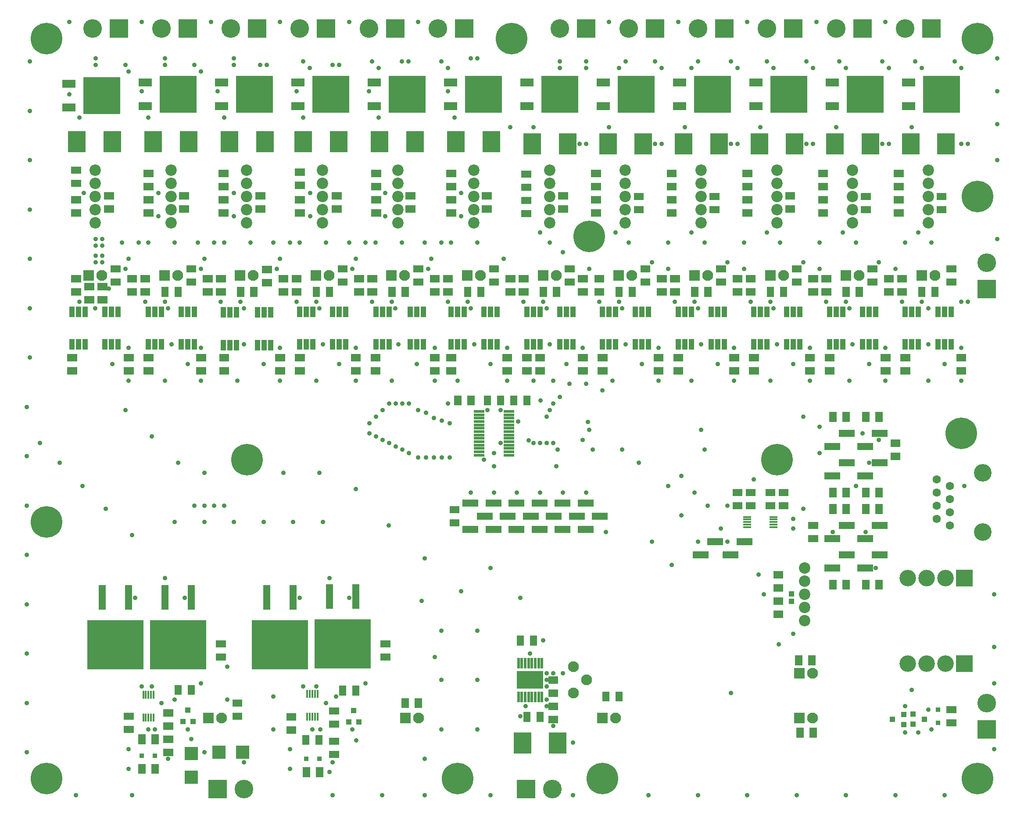
<source format=gts>
G04 #@! TF.GenerationSoftware,KiCad,Pcbnew,(5.1.6)-1*
G04 #@! TF.CreationDate,2023-01-22T15:30:42+01:00*
G04 #@! TF.ProjectId,zone-controller,7a6f6e65-2d63-46f6-9e74-726f6c6c6572,rev?*
G04 #@! TF.SameCoordinates,Original*
G04 #@! TF.FileFunction,Soldermask,Top*
G04 #@! TF.FilePolarity,Negative*
%FSLAX46Y46*%
G04 Gerber Fmt 4.6, Leading zero omitted, Abs format (unit mm)*
G04 Created by KiCad (PCBNEW (5.1.6)-1) date 2023-01-22 15:30:42*
%MOMM*%
%LPD*%
G01*
G04 APERTURE LIST*
%ADD10C,0.900000*%
%ADD11C,6.100000*%
%ADD12R,1.600000X0.450000*%
%ADD13R,3.100000X1.350000*%
%ADD14C,0.100000*%
%ADD15C,2.200000*%
%ADD16R,2.600000X2.600000*%
%ADD17R,2.100000X2.100000*%
%ADD18C,2.100000*%
%ADD19R,10.900000X9.500000*%
%ADD20R,1.350000X4.700000*%
%ADD21R,2.600000X1.600000*%
%ADD22R,7.100000X7.100000*%
%ADD23R,3.600000X3.600000*%
%ADD24C,3.600000*%
%ADD25R,1.000000X2.100000*%
%ADD26R,0.450000X1.600000*%
%ADD27R,2.100000X0.600000*%
%ADD28R,0.600000X2.100000*%
%ADD29R,5.100000X3.500000*%
%ADD30R,1.100000X1.100000*%
%ADD31O,3.200000X3.200000*%
%ADD32R,3.200000X3.200000*%
%ADD33C,1.600000*%
%ADD34C,3.400000*%
%ADD35R,0.900000X0.900000*%
%ADD36R,3.400000X4.100000*%
%ADD37R,1.000000X1.000000*%
G04 APERTURE END LIST*
D10*
X89535000Y-100965000D03*
X57785000Y-100965000D03*
X107950000Y-135890000D03*
X33655000Y-74930000D03*
X37465000Y-78740000D03*
X46355000Y-87630000D03*
X41910000Y-83185000D03*
X51435000Y-92710000D03*
X59690000Y-90170000D03*
X65405000Y-90170000D03*
X71120000Y-90170000D03*
D11*
X34925000Y-90170000D03*
D12*
X175260000Y-89170000D03*
X175260000Y-89670000D03*
X175260000Y-90170000D03*
X175260000Y-90670000D03*
X175260000Y-91170000D03*
X170180000Y-91170000D03*
X170180000Y-90670000D03*
X170180000Y-90170000D03*
X170180000Y-89170000D03*
X170180000Y-89670000D03*
D11*
X214630000Y-27305000D03*
X114300000Y-139700000D03*
X211455000Y-73025000D03*
D10*
X184150000Y-71755000D03*
X184150000Y-76835000D03*
X160020000Y-84455000D03*
X171450000Y-81915000D03*
X173355000Y-104140000D03*
X180975000Y-69850000D03*
X180975000Y-87630000D03*
X191135000Y-83185000D03*
X194945000Y-99060000D03*
X193040000Y-92075000D03*
X193675000Y-78740000D03*
X195580000Y-74295000D03*
X192405000Y-73025000D03*
X186690000Y-92075000D03*
X179070000Y-91440000D03*
X179070000Y-89535000D03*
X155575000Y-98425000D03*
X157480000Y-88900000D03*
X157480000Y-81280000D03*
D13*
X192935000Y-99060000D03*
X195685000Y-96520000D03*
D14*
G36*
X194880000Y-85405000D02*
G01*
X194880000Y-83505000D01*
X196280000Y-83505000D01*
X196280000Y-85405000D01*
X194880000Y-85405000D01*
G37*
G36*
X192340000Y-85405000D02*
G01*
X192340000Y-83505000D01*
X193740000Y-83505000D01*
X193740000Y-85405000D01*
X192340000Y-85405000D01*
G37*
G36*
X188530000Y-85405000D02*
G01*
X188530000Y-83505000D01*
X189930000Y-83505000D01*
X189930000Y-85405000D01*
X188530000Y-85405000D01*
G37*
G36*
X185990000Y-85405000D02*
G01*
X185990000Y-83505000D01*
X187390000Y-83505000D01*
X187390000Y-85405000D01*
X185990000Y-85405000D01*
G37*
G36*
X197805000Y-76770000D02*
G01*
X199705000Y-76770000D01*
X199705000Y-78170000D01*
X197805000Y-78170000D01*
X197805000Y-76770000D01*
G37*
G36*
X197805000Y-74230000D02*
G01*
X199705000Y-74230000D01*
X199705000Y-75630000D01*
X197805000Y-75630000D01*
X197805000Y-74230000D01*
G37*
G36*
X187390000Y-68900000D02*
G01*
X187390000Y-70800000D01*
X185990000Y-70800000D01*
X185990000Y-68900000D01*
X187390000Y-68900000D01*
G37*
G36*
X189930000Y-68900000D02*
G01*
X189930000Y-70800000D01*
X188530000Y-70800000D01*
X188530000Y-68900000D01*
X189930000Y-68900000D01*
G37*
G36*
X193740000Y-68900000D02*
G01*
X193740000Y-70800000D01*
X192340000Y-70800000D01*
X192340000Y-68900000D01*
X193740000Y-68900000D01*
G37*
G36*
X196280000Y-68900000D02*
G01*
X196280000Y-70800000D01*
X194880000Y-70800000D01*
X194880000Y-68900000D01*
X196280000Y-68900000D01*
G37*
G36*
X187390000Y-101285000D02*
G01*
X187390000Y-103185000D01*
X185990000Y-103185000D01*
X185990000Y-101285000D01*
X187390000Y-101285000D01*
G37*
G36*
X189930000Y-101285000D02*
G01*
X189930000Y-103185000D01*
X188530000Y-103185000D01*
X188530000Y-101285000D01*
X189930000Y-101285000D01*
G37*
G36*
X193740000Y-101285000D02*
G01*
X193740000Y-103185000D01*
X192340000Y-103185000D01*
X192340000Y-101285000D01*
X193740000Y-101285000D01*
G37*
G36*
X196280000Y-101285000D02*
G01*
X196280000Y-103185000D01*
X194880000Y-103185000D01*
X194880000Y-101285000D01*
X196280000Y-101285000D01*
G37*
G36*
X181930000Y-92645000D02*
G01*
X183830000Y-92645000D01*
X183830000Y-94045000D01*
X181930000Y-94045000D01*
X181930000Y-92645000D01*
G37*
G36*
X181930000Y-90105000D02*
G01*
X183830000Y-90105000D01*
X183830000Y-91505000D01*
X181930000Y-91505000D01*
X181930000Y-90105000D01*
G37*
G36*
X194880000Y-88580000D02*
G01*
X194880000Y-86680000D01*
X196280000Y-86680000D01*
X196280000Y-88580000D01*
X194880000Y-88580000D01*
G37*
G36*
X192340000Y-88580000D02*
G01*
X192340000Y-86680000D01*
X193740000Y-86680000D01*
X193740000Y-88580000D01*
X192340000Y-88580000D01*
G37*
G36*
X188530000Y-88580000D02*
G01*
X188530000Y-86680000D01*
X189930000Y-86680000D01*
X189930000Y-88580000D01*
X188530000Y-88580000D01*
G37*
G36*
X185990000Y-88580000D02*
G01*
X185990000Y-86680000D01*
X187390000Y-86680000D01*
X187390000Y-88580000D01*
X185990000Y-88580000D01*
G37*
D13*
X189335000Y-78740000D03*
X186585000Y-81280000D03*
X192935000Y-81280000D03*
X195685000Y-78740000D03*
X195685000Y-73025000D03*
X192935000Y-75565000D03*
X186585000Y-75565000D03*
X189335000Y-73025000D03*
X189335000Y-96520000D03*
X186585000Y-99060000D03*
X186585000Y-93345000D03*
X189335000Y-90805000D03*
X195685000Y-90805000D03*
X192935000Y-93345000D03*
D10*
X133604000Y-76200000D03*
X121285000Y-76835000D03*
X121285000Y-79375000D03*
X133350000Y-79375000D03*
X130175000Y-60960000D03*
X130175000Y-58420000D03*
D14*
G36*
X129225000Y-60260000D02*
G01*
X131125000Y-60260000D01*
X131125000Y-61660000D01*
X129225000Y-61660000D01*
X129225000Y-60260000D01*
G37*
G36*
X129225000Y-57720000D02*
G01*
X131125000Y-57720000D01*
X131125000Y-59120000D01*
X129225000Y-59120000D01*
X129225000Y-57720000D01*
G37*
D10*
X112395000Y-67310000D03*
X109855000Y-116205000D03*
X200660000Y-36195000D03*
X184150000Y-36195000D03*
X169545000Y-36195000D03*
X154940000Y-36195000D03*
X132080000Y-36195000D03*
X205740000Y-36195000D03*
X191135000Y-36195000D03*
X176530000Y-36195000D03*
X161925000Y-36195000D03*
X147320000Y-36195000D03*
X39370000Y6350000D03*
X49530000Y-36195000D03*
X64135000Y-36195000D03*
X78740000Y-36195000D03*
X93345000Y-36195000D03*
X93980000Y-41275000D03*
X107950000Y-36195000D03*
X108585000Y-41275000D03*
X130175000Y-34290000D03*
X209550000Y-9525000D03*
X207645000Y-9525000D03*
X205740000Y-9525000D03*
X205740000Y-7620000D03*
X207645000Y-7620000D03*
X209550000Y-7620000D03*
X209550000Y-5715000D03*
X207645000Y-5715000D03*
X205740000Y-5715000D03*
X191135000Y-9525000D03*
X193040000Y-9525000D03*
X194945000Y-9525000D03*
X194945000Y-7620000D03*
X193040000Y-7620000D03*
X191135000Y-7620000D03*
X194945000Y-5715000D03*
X193040000Y-5715000D03*
X191135000Y-5715000D03*
X180340000Y-9525000D03*
X178435000Y-9525000D03*
X176530000Y-9525000D03*
X176530000Y-7620000D03*
X178435000Y-7620000D03*
X180340000Y-7620000D03*
X180340000Y-5715000D03*
X178435000Y-5715000D03*
X176530000Y-5715000D03*
X165735000Y-9525000D03*
X163830000Y-9525000D03*
X161925000Y-9525000D03*
X161925000Y-7620000D03*
X163830000Y-7620000D03*
X165735000Y-7620000D03*
X165735000Y-5715000D03*
X163830000Y-5715000D03*
X161925000Y-5715000D03*
X146685000Y-9525000D03*
X148590000Y-9525000D03*
X150495000Y-9525000D03*
X150495000Y-7620000D03*
X148590000Y-7620000D03*
X146685000Y-7620000D03*
X150495000Y-5715000D03*
X148590000Y-5715000D03*
X146685000Y-5715000D03*
X135890000Y-9525000D03*
X133985000Y-9525000D03*
X132080000Y-9525000D03*
X132080000Y-7620000D03*
X133985000Y-7620000D03*
X135890000Y-7620000D03*
X135890000Y-5715000D03*
X133985000Y-5715000D03*
X132080000Y-5715000D03*
X121285000Y-9525000D03*
X119380000Y-9525000D03*
X117475000Y-9525000D03*
X117475000Y-7620000D03*
X119380000Y-7620000D03*
X121285000Y-7620000D03*
X121285000Y-5715000D03*
X119380000Y-5715000D03*
X117475000Y-5715000D03*
X106680000Y-9525000D03*
X104775000Y-9525000D03*
X102870000Y-9525000D03*
X106680000Y-7620000D03*
X104775000Y-7620000D03*
X102870000Y-7620000D03*
X106680000Y-5715000D03*
X104775000Y-5715000D03*
X102870000Y-5715000D03*
X91440000Y-9525000D03*
X89535000Y-9525000D03*
X87630000Y-9525000D03*
X87630000Y-7620000D03*
X89535000Y-7620000D03*
X91440000Y-7620000D03*
X91440000Y-5715000D03*
X89535000Y-5715000D03*
X87630000Y-5715000D03*
X73025000Y-9525000D03*
X74930000Y-9525000D03*
X76835000Y-9525000D03*
X76835000Y-7620000D03*
X74930000Y-7620000D03*
X72957000Y-7620000D03*
X76835000Y-5715000D03*
X74930000Y-5715000D03*
X73025000Y-5715000D03*
X58420000Y-9525000D03*
X58420000Y-7620000D03*
X60325000Y-7620000D03*
X60325000Y-9525000D03*
X62230000Y-9525000D03*
X62230000Y-7620000D03*
X62230000Y-5715000D03*
X60325000Y-5715000D03*
X58420000Y-5715000D03*
X45720000Y-9525000D03*
X45720000Y-5715000D03*
X45720000Y-7620000D03*
X47625000Y-7620000D03*
X47625000Y-9525000D03*
X43815000Y-9525000D03*
X43815000Y-7620000D03*
X47625000Y-5715000D03*
X43815000Y-5715000D03*
X44450000Y-116840000D03*
X48260000Y-116840000D03*
X52070000Y-116840000D03*
X52070000Y-113665000D03*
X48260000Y-113665000D03*
X44450000Y-113665000D03*
X44450000Y-110490000D03*
X48260000Y-110490000D03*
X52070000Y-110490000D03*
X60325000Y-113665000D03*
X56515000Y-113665000D03*
X56515000Y-116840000D03*
X60325000Y-116840000D03*
X64135000Y-116840000D03*
X64135000Y-113665000D03*
X64135000Y-110490000D03*
X60325000Y-110490000D03*
X56515000Y-110490000D03*
X88265000Y-90170000D03*
X82550000Y-90170000D03*
X76835000Y-90170000D03*
X78740000Y-123825000D03*
X78740000Y-130175000D03*
X83820000Y-116840000D03*
X83820000Y-113665000D03*
X80010000Y-113665000D03*
X80010000Y-116840000D03*
X76200000Y-116840000D03*
X76200000Y-113665000D03*
X76200000Y-110490000D03*
X80010000Y-110490000D03*
X83820000Y-110490000D03*
X92075000Y-110490000D03*
X95885000Y-113665000D03*
X88900000Y-113665000D03*
X92075000Y-113665000D03*
X92075000Y-116840000D03*
X95885000Y-116840000D03*
X95885000Y-110490000D03*
X88900000Y-110490000D03*
X88900000Y-116840000D03*
X107315000Y-105410000D03*
X111125000Y-111125000D03*
X111125000Y-120650000D03*
X111125000Y-130175000D03*
X107950000Y-142875000D03*
X99695000Y-142875000D03*
X90170000Y-142875000D03*
X217805000Y-104140000D03*
X217805000Y-114300000D03*
X217805000Y-121285000D03*
X217805000Y-133985000D03*
X55245000Y-73660000D03*
X60325000Y-78740000D03*
X65405000Y-80645000D03*
X80645000Y-80645000D03*
X87630000Y-80645000D03*
X94615000Y-83820000D03*
X100965000Y-90805000D03*
X107950000Y-97155000D03*
X114935000Y-103505000D03*
X50165000Y-68580000D03*
X118110000Y-111125000D03*
X118110000Y-120650000D03*
X118110000Y-130175000D03*
X136525000Y-142875000D03*
X120650000Y-142875000D03*
X151130000Y-142875000D03*
X160655000Y-142875000D03*
X170180000Y-142875000D03*
X179705000Y-142875000D03*
X189230000Y-142875000D03*
X198755000Y-142875000D03*
X208280000Y-142875000D03*
X51435000Y-142875000D03*
X40640000Y-142875000D03*
X31115000Y-134620000D03*
X31115000Y-125095000D03*
X31115000Y-115570000D03*
X31115000Y-106045000D03*
X31115000Y-96520000D03*
X31115000Y-86995000D03*
X31115000Y-77470000D03*
X31115000Y-67945000D03*
X31750000Y-58420000D03*
X118110000Y-36195000D03*
X103505000Y-36195000D03*
X88900000Y-36195000D03*
X74295000Y-36195000D03*
X59690000Y-36195000D03*
X218440000Y-35560000D03*
X218440000Y-13335000D03*
X218440000Y-20320000D03*
X218440000Y-6985000D03*
X218440000Y-635000D03*
X196850000Y6350000D03*
X183515000Y6350000D03*
X170180000Y6350000D03*
X156845000Y6350000D03*
X143510000Y6350000D03*
X31750000Y-1270000D03*
X31750000Y-10795000D03*
X106680000Y6350000D03*
X93345000Y6350000D03*
X80010000Y6350000D03*
X66675000Y6350000D03*
X53340000Y6350000D03*
X31750000Y-48895000D03*
X31750000Y-39370000D03*
X31750000Y-29845000D03*
X31750000Y-20320000D03*
X166370000Y-86995000D03*
X120650000Y-99060000D03*
X126365000Y-104775000D03*
X179070000Y-111760000D03*
X137795000Y-17145000D03*
X211455000Y-17145000D03*
X203200000Y-34290000D03*
X188595000Y-34290000D03*
X173990000Y-34290000D03*
X197485000Y-17145000D03*
X182880000Y-17145000D03*
X168275000Y-17145000D03*
X144780000Y-34290000D03*
X159385000Y-34290000D03*
X153670000Y-17145000D03*
X139065000Y-17145000D03*
X196215000Y-17145000D03*
X158115000Y-13970000D03*
X167005000Y-17145000D03*
X151765000Y-40005000D03*
X139700000Y-41275000D03*
X123190000Y-39370000D03*
D15*
X44323000Y-22225000D03*
X44323000Y-32385000D03*
X44323000Y-27305000D03*
X44323000Y-29845000D03*
X44323000Y-24765000D03*
X58939540Y-22225000D03*
X58939540Y-32385000D03*
X58939540Y-27305000D03*
X58939540Y-29845000D03*
X58939540Y-24765000D03*
D11*
X142240000Y-139700000D03*
D10*
X197485000Y-2540000D03*
X196215000Y-1270000D03*
X189230000Y-2540000D03*
X187960000Y-1270000D03*
X203835000Y-2540000D03*
X202565000Y-1270000D03*
X211455000Y-2540000D03*
X210185000Y-1270000D03*
X175260000Y-2540000D03*
X173990000Y-1270000D03*
X182880000Y-2540000D03*
X181610000Y-1270000D03*
X159385000Y-2540000D03*
X160655000Y-1270000D03*
X168275000Y-2540000D03*
X167005000Y-1270000D03*
X145415000Y-2540000D03*
X146685000Y-1270000D03*
X153670000Y-2540000D03*
X152400000Y-1270000D03*
X139065000Y-2540000D03*
X139065000Y-1270000D03*
X133985000Y-2540000D03*
X133985000Y-1270000D03*
X112395000Y-2540000D03*
X111125000Y-1270000D03*
X118110000Y-635000D03*
X116840000Y-635000D03*
X104775000Y-1270000D03*
X103505000Y-1270000D03*
X99060000Y-2540000D03*
X97790000Y-1270000D03*
X91440000Y-1905000D03*
X90170000Y-1905000D03*
X85725000Y-2540000D03*
X84455000Y-1270000D03*
X77470000Y-1905000D03*
X76200000Y-1905000D03*
X71120000Y-1905000D03*
X71120000Y-635000D03*
X57785000Y-1905000D03*
X57785000Y-635000D03*
X64770000Y-3175000D03*
X63500000Y-1905000D03*
X50800000Y-3175000D03*
X50165000Y-1905000D03*
X44450000Y-1905000D03*
X44450000Y-635000D03*
D11*
X124714000Y3175000D03*
X139700000Y-35052000D03*
X175895000Y-78105000D03*
X73660000Y-78105000D03*
X34925000Y-139700000D03*
X214630000Y-139700000D03*
X214630000Y3175000D03*
X34925000Y3175000D03*
D15*
X146638818Y-22225000D03*
X146638818Y-32385000D03*
X146638818Y-27305000D03*
X146638818Y-29845000D03*
X146638818Y-24765000D03*
X117405727Y-22225000D03*
X117405727Y-32385000D03*
X117405727Y-27305000D03*
X117405727Y-29845000D03*
X117405727Y-24765000D03*
X132022273Y-22225000D03*
X132022273Y-32385000D03*
X132022273Y-27305000D03*
X132022273Y-29845000D03*
X132022273Y-24765000D03*
X205105000Y-22225000D03*
X205105000Y-32385000D03*
X205105000Y-27305000D03*
X205105000Y-29845000D03*
X205105000Y-24765000D03*
X190488455Y-22225000D03*
X190488455Y-32385000D03*
X190488455Y-27305000D03*
X190488455Y-29845000D03*
X190488455Y-24765000D03*
X175871909Y-22225000D03*
X175871909Y-32385000D03*
X175871909Y-27305000D03*
X175871909Y-29845000D03*
X175871909Y-24765000D03*
X161255364Y-22225000D03*
X161255364Y-32385000D03*
X161255364Y-27305000D03*
X161255364Y-29845000D03*
X161255364Y-24765000D03*
X102789182Y-22225000D03*
X102789182Y-32385000D03*
X102789182Y-27305000D03*
X102789182Y-29845000D03*
X102789182Y-24765000D03*
X88172636Y-22225000D03*
X88172636Y-32385000D03*
X88172636Y-27305000D03*
X88172636Y-29845000D03*
X88172636Y-24765000D03*
X73556091Y-22225000D03*
X73556091Y-32385000D03*
X73556091Y-27305000D03*
X73556091Y-29845000D03*
X73556091Y-24765000D03*
X181229000Y-99060000D03*
X181229000Y-109220000D03*
X181229000Y-104140000D03*
X181229000Y-106680000D03*
X181229000Y-101600000D03*
D13*
X138960000Y-86487000D03*
X138960000Y-91567000D03*
X141710000Y-89027000D03*
X134515000Y-86487000D03*
X134515000Y-91567000D03*
X137265000Y-89027000D03*
X130070000Y-86487000D03*
X130070000Y-91567000D03*
X132820000Y-89027000D03*
X125625000Y-86487000D03*
X125625000Y-91567000D03*
X128375000Y-89027000D03*
X121180000Y-86487000D03*
X121180000Y-91567000D03*
X123930000Y-89027000D03*
X116735000Y-86487000D03*
X116735000Y-91567000D03*
X119485000Y-89027000D03*
X166900000Y-96520000D03*
X169650000Y-93980000D03*
X161185000Y-96520000D03*
X163935000Y-93980000D03*
D16*
X68185000Y-134620000D03*
X72785000Y-134620000D03*
X62865000Y-139460000D03*
X62865000Y-134860000D03*
D17*
X43053000Y-42545000D03*
D18*
X45593000Y-42545000D03*
D10*
X83820000Y-104775000D03*
X52070000Y-104775000D03*
D19*
X92075000Y-113665000D03*
D20*
X89535000Y-104515000D03*
X94615000Y-104515000D03*
D19*
X80010000Y-113865000D03*
D20*
X77470000Y-104715000D03*
X82550000Y-104715000D03*
D19*
X60325000Y-113865000D03*
D20*
X57785000Y-104715000D03*
X62865000Y-104715000D03*
D19*
X48260000Y-113865000D03*
D20*
X45720000Y-104715000D03*
X50800000Y-104715000D03*
D21*
X39293000Y-5594000D03*
X39293000Y-10154000D03*
D22*
X45593000Y-7874000D03*
D23*
X205740000Y5080000D03*
D24*
X200660000Y5080000D03*
D23*
X192405000Y5080000D03*
D24*
X187325000Y5080000D03*
D23*
X179070000Y5080000D03*
D24*
X173990000Y5080000D03*
D23*
X165735000Y5080000D03*
D24*
X160655000Y5080000D03*
D23*
X152400000Y5080000D03*
D24*
X147320000Y5080000D03*
D23*
X139065000Y5080000D03*
D24*
X133985000Y5080000D03*
D23*
X115570000Y5080000D03*
D24*
X110490000Y5080000D03*
D23*
X102235000Y5080000D03*
D24*
X97155000Y5080000D03*
D23*
X88900000Y5080000D03*
D24*
X83820000Y5080000D03*
D23*
X75565000Y5080000D03*
D24*
X70485000Y5080000D03*
D23*
X62230000Y5080000D03*
D24*
X57150000Y5080000D03*
D23*
X216408000Y-45212000D03*
D24*
X216408000Y-40132000D03*
D23*
X216408000Y-130175000D03*
D24*
X216408000Y-125095000D03*
D23*
X48895000Y5080000D03*
D24*
X43815000Y5080000D03*
D23*
X127508000Y-141732000D03*
D24*
X132588000Y-141732000D03*
D23*
X67945000Y-141732000D03*
D24*
X73025000Y-141732000D03*
D25*
X207010000Y-49555000D03*
X208280000Y-55855000D03*
X209550000Y-49555000D03*
X208280000Y-49555000D03*
X209550000Y-55855000D03*
X207010000Y-55855000D03*
X203200000Y-55855000D03*
X201930000Y-49555000D03*
X200660000Y-55855000D03*
X201930000Y-55855000D03*
X200660000Y-49555000D03*
X203200000Y-49555000D03*
X192405000Y-49555000D03*
X193675000Y-55855000D03*
X194945000Y-49555000D03*
X193675000Y-49555000D03*
X194945000Y-55855000D03*
X192405000Y-55855000D03*
X188595000Y-55855000D03*
X187325000Y-49555000D03*
X186055000Y-55855000D03*
X187325000Y-55855000D03*
X186055000Y-49555000D03*
X188595000Y-49555000D03*
X177800000Y-49555000D03*
X179070000Y-55855000D03*
X180340000Y-49555000D03*
X179070000Y-49555000D03*
X180340000Y-55855000D03*
X177800000Y-55855000D03*
X173990000Y-55855000D03*
X172720000Y-49555000D03*
X171450000Y-55855000D03*
X172720000Y-55855000D03*
X171450000Y-49555000D03*
X173990000Y-49555000D03*
X163195000Y-49555000D03*
X164465000Y-55855000D03*
X165735000Y-49555000D03*
X164465000Y-49555000D03*
X165735000Y-55855000D03*
X163195000Y-55855000D03*
X159385000Y-55855000D03*
X158115000Y-49555000D03*
X156845000Y-55855000D03*
X158115000Y-55855000D03*
X156845000Y-49555000D03*
X159385000Y-49555000D03*
X148590000Y-49555000D03*
X149860000Y-55855000D03*
X151130000Y-49555000D03*
X149860000Y-49555000D03*
X151130000Y-55855000D03*
X148590000Y-55855000D03*
X144780000Y-55855000D03*
X143510000Y-49555000D03*
X142240000Y-55855000D03*
X143510000Y-55855000D03*
X142240000Y-49555000D03*
X144780000Y-49555000D03*
X133985000Y-49555000D03*
X135255000Y-55855000D03*
X136525000Y-49555000D03*
X135255000Y-49555000D03*
X136525000Y-55855000D03*
X133985000Y-55855000D03*
X130175000Y-55855000D03*
X128905000Y-49555000D03*
X127635000Y-55855000D03*
X128905000Y-55855000D03*
X127635000Y-49555000D03*
X130175000Y-49555000D03*
X119380000Y-49555000D03*
X120650000Y-55855000D03*
X121920000Y-49555000D03*
X120650000Y-49555000D03*
X121920000Y-55855000D03*
X119380000Y-55855000D03*
X115570000Y-55855000D03*
X114300000Y-49555000D03*
X113030000Y-55855000D03*
X114300000Y-55855000D03*
X113030000Y-49555000D03*
X115570000Y-49555000D03*
X105156000Y-49555000D03*
X106426000Y-55855000D03*
X107696000Y-49555000D03*
X106426000Y-49555000D03*
X107696000Y-55855000D03*
X105156000Y-55855000D03*
X101092000Y-55855000D03*
X99822000Y-49555000D03*
X98552000Y-55855000D03*
X99822000Y-55855000D03*
X98552000Y-49555000D03*
X101092000Y-49555000D03*
X90170000Y-49555000D03*
X91440000Y-55855000D03*
X92710000Y-49555000D03*
X91440000Y-49555000D03*
X92710000Y-55855000D03*
X90170000Y-55855000D03*
X86360000Y-55855000D03*
X85090000Y-49555000D03*
X83820000Y-55855000D03*
X85090000Y-55855000D03*
X83820000Y-49555000D03*
X86360000Y-49555000D03*
X75692000Y-49682000D03*
X76962000Y-55982000D03*
X78232000Y-49682000D03*
X76962000Y-49682000D03*
X78232000Y-55982000D03*
X75692000Y-55982000D03*
X71628000Y-55982000D03*
X70358000Y-49682000D03*
X69088000Y-55982000D03*
X70358000Y-55982000D03*
X69088000Y-49682000D03*
X71628000Y-49682000D03*
X60960000Y-49555000D03*
X62230000Y-55855000D03*
X63500000Y-49555000D03*
X62230000Y-49555000D03*
X63500000Y-55855000D03*
X60960000Y-55855000D03*
X57150000Y-55855000D03*
X55880000Y-49555000D03*
X54610000Y-55855000D03*
X55880000Y-55855000D03*
X54610000Y-49555000D03*
X57150000Y-49555000D03*
X46228000Y-49555000D03*
X47498000Y-55855000D03*
X48768000Y-49555000D03*
X47498000Y-49555000D03*
X48768000Y-55855000D03*
X46228000Y-55855000D03*
X42418000Y-55855000D03*
X41148000Y-49555000D03*
X39878000Y-55855000D03*
X41148000Y-55855000D03*
X39878000Y-49555000D03*
X42418000Y-49555000D03*
D26*
X86749000Y-127717000D03*
X87249000Y-123317000D03*
X86249000Y-123317000D03*
X85249000Y-127717000D03*
X85749000Y-123317000D03*
X85749000Y-127717000D03*
X85249000Y-123317000D03*
X87249000Y-127717000D03*
X86749000Y-123317000D03*
X86249000Y-127717000D03*
X55110000Y-127930000D03*
X55610000Y-123530000D03*
X54610000Y-123530000D03*
X53610000Y-127930000D03*
X54110000Y-123530000D03*
X54110000Y-127930000D03*
X53610000Y-123530000D03*
X55610000Y-127930000D03*
X55110000Y-123530000D03*
X54610000Y-127930000D03*
D27*
X124187500Y-77250000D03*
X124187500Y-72050000D03*
X124187500Y-75950000D03*
X124187500Y-70750000D03*
X118382500Y-71400000D03*
X118382500Y-77250000D03*
X118382500Y-72700000D03*
X124187500Y-70100000D03*
X124187500Y-69450000D03*
X124187500Y-68800000D03*
X118382500Y-75300000D03*
X118382500Y-70750000D03*
X118382500Y-70100000D03*
X124187500Y-74000000D03*
X118382500Y-74650000D03*
X124187500Y-73350000D03*
X118382500Y-68800000D03*
X118382500Y-73350000D03*
X124187500Y-72700000D03*
X124187500Y-76600000D03*
X118382500Y-72050000D03*
X118382500Y-74000000D03*
X124187500Y-74650000D03*
X118382500Y-75950000D03*
X124187500Y-71400000D03*
X118382500Y-69450000D03*
X118382500Y-76600000D03*
X124187500Y-75300000D03*
D10*
X93345000Y-104775000D03*
X84455000Y-121920000D03*
X86995000Y-121920000D03*
X96520000Y-121285000D03*
X90805000Y-123825000D03*
X88900000Y-125095000D03*
X86233000Y-130175000D03*
X87757000Y-130175000D03*
X93980000Y-130175000D03*
X94742000Y-132334000D03*
X90170000Y-136525000D03*
X89535000Y-138430000D03*
X81915000Y-133985000D03*
X81915000Y-137795000D03*
X61595000Y-104775000D03*
X53340000Y-121920000D03*
X55245000Y-121920000D03*
X59690000Y-124460000D03*
X64770000Y-121285000D03*
X57150000Y-125095000D03*
X62230000Y-130175000D03*
X62865000Y-132080000D03*
X58420000Y-135890000D03*
X50800000Y-133985000D03*
X50800000Y-137795000D03*
X69850000Y-124460000D03*
X65405000Y-134620000D03*
X73025000Y-136525000D03*
X69850000Y-118110000D03*
X149225000Y-78740000D03*
X63500000Y-86995000D03*
X69215000Y-86995000D03*
X67310000Y-86995000D03*
X65405000Y-86995000D03*
X44450000Y-40005000D03*
X45720000Y-40005000D03*
X44450000Y-36830000D03*
X45720000Y-36830000D03*
X45720000Y-38735000D03*
X45720000Y-35560000D03*
X46990000Y-45085000D03*
X42164000Y-26670000D03*
X41275000Y-47625000D03*
X40386000Y-43180000D03*
X161925000Y-76200000D03*
X146050000Y-76200000D03*
X162560000Y-86995000D03*
X165100000Y-91440000D03*
X212090000Y-83185000D03*
X167005000Y-123190000D03*
X154940000Y-83185000D03*
X161290000Y-72390000D03*
X151765000Y-93980000D03*
X151765000Y-93980000D03*
X139065000Y-63500000D03*
X135890000Y-63500000D03*
X142875000Y-92075000D03*
X200660000Y-125730000D03*
X201930000Y-122555000D03*
X140335000Y-76200000D03*
X44450000Y-35560000D03*
X44450000Y-38735000D03*
X41275000Y-12065000D03*
X198755000Y-41275000D03*
X184150000Y-41275000D03*
X169545000Y-41275000D03*
X154940000Y-41275000D03*
X113030000Y-36195000D03*
X114935000Y-31115000D03*
X114935000Y-26670000D03*
X113665000Y-12065000D03*
X96520000Y-36195000D03*
X100330000Y-31115000D03*
X100330000Y-26670000D03*
X99060000Y-12065000D03*
X83820000Y-36195000D03*
X85852000Y-31115000D03*
X85852000Y-26670000D03*
X84455000Y-12065000D03*
X69215000Y-12065000D03*
X69215000Y-36195000D03*
X71120000Y-31115000D03*
X71120000Y-26670000D03*
X54610000Y-12065000D03*
X50165000Y-41275000D03*
X56515000Y-31115000D03*
X56515000Y-26670000D03*
X176276000Y-113792000D03*
X203200000Y-130810000D03*
X200660000Y-130810000D03*
X205105000Y-126365000D03*
X205740000Y-130175000D03*
X172339000Y-100330000D03*
X166370000Y-93980000D03*
X160655000Y-93980000D03*
X139065000Y-84455000D03*
X134620000Y-84455000D03*
X130175000Y-84455000D03*
X125730000Y-84455000D03*
X121285000Y-84455000D03*
X116840000Y-84455000D03*
X47625000Y-59690000D03*
X62230000Y-59690000D03*
X76835000Y-59690000D03*
X91440000Y-59690000D03*
X106680000Y-68580000D03*
X108204000Y-69088000D03*
X109728000Y-70104000D03*
X111252000Y-70612000D03*
X106680000Y-77724000D03*
X108204000Y-77724000D03*
X109728000Y-77724000D03*
X111252000Y-77724000D03*
X112776000Y-71120000D03*
X112776000Y-77724000D03*
X106426000Y-59690000D03*
X135255000Y-59690000D03*
X120650000Y-59690000D03*
X208280000Y-59690000D03*
X193675000Y-59690000D03*
X179070000Y-59690000D03*
X164465000Y-59690000D03*
X149860000Y-59690000D03*
X119380000Y-78105000D03*
X120015000Y-68580000D03*
X122555000Y-68580000D03*
X142240000Y-64770000D03*
X139446000Y-70866000D03*
X138430000Y-74295000D03*
X139700000Y-72390000D03*
X125095000Y-66675000D03*
X125984000Y-70739000D03*
X133985000Y-66040000D03*
X132715000Y-67310000D03*
X132080000Y-68580000D03*
X131445000Y-69850000D03*
X130302000Y-66675000D03*
X128016000Y-74422000D03*
X128905000Y-74930000D03*
X130175000Y-74930000D03*
X132715000Y-74930000D03*
X131445000Y-74930000D03*
X122555000Y-74930000D03*
X205105000Y-55880000D03*
X211455000Y-62865000D03*
X205105000Y-62865000D03*
X211455000Y-56515000D03*
X196850000Y-56515000D03*
X182245000Y-56515000D03*
X189865000Y-62865000D03*
X174625000Y-62865000D03*
X190500000Y-55880000D03*
X175895000Y-55880000D03*
X196850000Y-62865000D03*
X182245000Y-62865000D03*
X167640000Y-56515000D03*
X153035000Y-56515000D03*
X161290000Y-55880000D03*
X146685000Y-55880000D03*
X144145000Y-62865000D03*
X159385000Y-62865000D03*
X167640000Y-62865000D03*
X153035000Y-62865000D03*
X138430000Y-56515000D03*
X123825000Y-56515000D03*
X132080000Y-55880000D03*
X117475000Y-55880000D03*
X128905000Y-62865000D03*
X114300000Y-62865000D03*
X132715000Y-62865000D03*
X123825000Y-62865000D03*
X109855000Y-56515000D03*
X109855000Y-62865000D03*
X102870000Y-55880000D03*
X101600000Y-62865000D03*
X94615000Y-62865000D03*
X88265000Y-55880000D03*
X86995000Y-62865000D03*
X94615000Y-56515000D03*
X80010000Y-56515000D03*
X71755000Y-62865000D03*
X57785000Y-62865000D03*
X80010000Y-62865000D03*
X73025000Y-55880000D03*
X59055000Y-55880000D03*
X64770000Y-56515000D03*
X64770000Y-62865000D03*
X50800000Y-62865000D03*
X50800000Y-56515000D03*
X104902000Y-67310000D03*
X103632000Y-67310000D03*
X102362000Y-67310000D03*
X101092000Y-67310000D03*
X99822000Y-68580000D03*
X98552000Y-69850000D03*
X97282000Y-71120000D03*
X97282000Y-73025000D03*
X98552000Y-73660000D03*
X99822000Y-74295000D03*
X101092000Y-74930000D03*
X102362000Y-75565000D03*
X103632000Y-76200000D03*
X104902000Y-76835000D03*
X54610000Y-36195000D03*
X131445000Y-121920000D03*
X131445000Y-119380000D03*
X131445000Y-120650000D03*
X136525000Y-132715000D03*
X132715000Y-119380000D03*
X130810000Y-113030000D03*
X134620000Y-119380000D03*
X131445000Y-125730000D03*
X128270000Y-115570000D03*
X132715000Y-129540000D03*
X127381000Y-125730000D03*
X126365000Y-127635000D03*
X131445000Y-124460000D03*
X212725000Y-47625000D03*
X205105000Y-48895000D03*
X211455000Y-47625000D03*
X203835000Y-47625000D03*
X200025000Y-47625000D03*
X201930000Y-13970000D03*
X212725000Y-17145000D03*
X189865000Y-48895000D03*
X195580000Y-40005000D03*
X189230000Y-47625000D03*
X185420000Y-47625000D03*
X181610000Y-17145000D03*
X187325000Y-13970000D03*
X172720000Y-13970000D03*
X175260000Y-48895000D03*
X160655000Y-48895000D03*
X146050000Y-48895000D03*
X131445000Y-48895000D03*
X180975000Y-40005000D03*
X174625000Y-47625000D03*
X170815000Y-47625000D03*
X166370000Y-40005000D03*
X160020000Y-47625000D03*
X156210000Y-47625000D03*
X145415000Y-47625000D03*
X141605000Y-47625000D03*
X134620000Y-38100000D03*
X130810000Y-47625000D03*
X127000000Y-47625000D03*
X152400000Y-17145000D03*
X143510000Y-13970000D03*
X128905000Y-13970000D03*
X124460000Y-13970000D03*
X116840000Y-48895000D03*
X116205000Y-47625000D03*
X112395000Y-47625000D03*
X112395000Y-6985000D03*
X97155000Y-6985000D03*
X111125000Y-36195000D03*
X109220000Y-39370000D03*
X102235000Y-48895000D03*
X101600000Y-47625000D03*
X97790000Y-47625000D03*
X98425000Y-36195000D03*
X94615000Y-39370000D03*
X87630000Y-48895000D03*
X86995000Y-47625000D03*
X83185000Y-47625000D03*
X83185000Y-6985000D03*
X81915000Y-36195000D03*
X80010000Y-39370000D03*
X79375000Y-41275000D03*
X73025000Y-48895000D03*
X72390000Y-47625000D03*
X68580000Y-47625000D03*
X67945000Y-6985000D03*
X67310000Y-36195000D03*
X64770000Y-41275000D03*
X58420000Y-48895000D03*
X57785000Y-47625000D03*
X53975000Y-47625000D03*
X65405000Y-39370000D03*
X50800000Y-39370000D03*
X52705000Y-36195000D03*
X53340000Y-6985000D03*
X44323000Y-48895000D03*
X39370000Y-7620000D03*
X54610000Y-130175000D03*
X55880000Y-130175000D03*
D21*
X201345000Y-5340000D03*
X201345000Y-9900000D03*
D22*
X207645000Y-7620000D03*
D21*
X186613000Y-5340000D03*
X186613000Y-9900000D03*
D22*
X192913000Y-7620000D03*
D21*
X171881000Y-5340000D03*
X171881000Y-9900000D03*
D22*
X178181000Y-7620000D03*
D21*
X157149000Y-5340000D03*
X157149000Y-9900000D03*
D22*
X163449000Y-7620000D03*
D21*
X142417000Y-5340000D03*
X142417000Y-9900000D03*
D22*
X148717000Y-7620000D03*
D21*
X127685000Y-5340000D03*
X127685000Y-9900000D03*
D22*
X133985000Y-7620000D03*
D21*
X112953000Y-5340000D03*
X112953000Y-9900000D03*
D22*
X119253000Y-7620000D03*
D21*
X98221000Y-5340000D03*
X98221000Y-9900000D03*
D22*
X104521000Y-7620000D03*
D21*
X83489000Y-5340000D03*
X83489000Y-9900000D03*
D22*
X89789000Y-7620000D03*
D21*
X68757000Y-5340000D03*
X68757000Y-9900000D03*
D22*
X75057000Y-7620000D03*
D21*
X54025000Y-5340000D03*
X54025000Y-9900000D03*
D22*
X60325000Y-7620000D03*
D28*
X129245000Y-117400000D03*
X130545000Y-123900000D03*
X126645000Y-117400000D03*
D29*
X128270000Y-120650000D03*
D28*
X127295000Y-123900000D03*
X129245000Y-123900000D03*
X128595000Y-117400000D03*
X125995000Y-123900000D03*
X127945000Y-123900000D03*
X128595000Y-123900000D03*
X129895000Y-123900000D03*
X126645000Y-123900000D03*
X130545000Y-117400000D03*
X129895000Y-117400000D03*
X127945000Y-117400000D03*
X127295000Y-117400000D03*
X125995000Y-117400000D03*
D14*
G36*
X105980000Y-126045000D02*
G01*
X105980000Y-124145000D01*
X107380000Y-124145000D01*
X107380000Y-126045000D01*
X105980000Y-126045000D01*
G37*
G36*
X103440000Y-126045000D02*
G01*
X103440000Y-124145000D01*
X104840000Y-124145000D01*
X104840000Y-126045000D01*
X103440000Y-126045000D01*
G37*
G36*
X93915000Y-123632000D02*
G01*
X93915000Y-121732000D01*
X95315000Y-121732000D01*
X95315000Y-123632000D01*
X93915000Y-123632000D01*
G37*
G36*
X91375000Y-123632000D02*
G01*
X91375000Y-121732000D01*
X92775000Y-121732000D01*
X92775000Y-123632000D01*
X91375000Y-123632000D01*
G37*
G36*
X89474000Y-128459000D02*
G01*
X91374000Y-128459000D01*
X91374000Y-129859000D01*
X89474000Y-129859000D01*
X89474000Y-128459000D01*
G37*
G36*
X89474000Y-125919000D02*
G01*
X91374000Y-125919000D01*
X91374000Y-127319000D01*
X89474000Y-127319000D01*
X89474000Y-125919000D01*
G37*
G36*
X81219000Y-129602000D02*
G01*
X83119000Y-129602000D01*
X83119000Y-131002000D01*
X81219000Y-131002000D01*
X81219000Y-129602000D01*
G37*
G36*
X81219000Y-127062000D02*
G01*
X83119000Y-127062000D01*
X83119000Y-128462000D01*
X81219000Y-128462000D01*
X81219000Y-127062000D01*
G37*
G36*
X91374000Y-133161000D02*
G01*
X89474000Y-133161000D01*
X89474000Y-131761000D01*
X91374000Y-131761000D01*
X91374000Y-133161000D01*
G37*
G36*
X91374000Y-135701000D02*
G01*
X89474000Y-135701000D01*
X89474000Y-134301000D01*
X91374000Y-134301000D01*
X91374000Y-135701000D01*
G37*
G36*
X114615000Y-88457000D02*
G01*
X112715000Y-88457000D01*
X112715000Y-87057000D01*
X114615000Y-87057000D01*
X114615000Y-88457000D01*
G37*
G36*
X114615000Y-90997000D02*
G01*
X112715000Y-90997000D01*
X112715000Y-89597000D01*
X114615000Y-89597000D01*
X114615000Y-90997000D01*
G37*
G36*
X208600000Y-128205000D02*
G01*
X210500000Y-128205000D01*
X210500000Y-129605000D01*
X208600000Y-129605000D01*
X208600000Y-128205000D01*
G37*
G36*
X208600000Y-125665000D02*
G01*
X210500000Y-125665000D01*
X210500000Y-127065000D01*
X208600000Y-127065000D01*
X208600000Y-125665000D01*
G37*
G36*
X70805000Y-126935000D02*
G01*
X72705000Y-126935000D01*
X72705000Y-128335000D01*
X70805000Y-128335000D01*
X70805000Y-126935000D01*
G37*
G36*
X70805000Y-124395000D02*
G01*
X72705000Y-124395000D01*
X72705000Y-125795000D01*
X70805000Y-125795000D01*
X70805000Y-124395000D01*
G37*
G36*
X62165000Y-123505000D02*
G01*
X62165000Y-121605000D01*
X63565000Y-121605000D01*
X63565000Y-123505000D01*
X62165000Y-123505000D01*
G37*
G36*
X59625000Y-123505000D02*
G01*
X59625000Y-121605000D01*
X61025000Y-121605000D01*
X61025000Y-123505000D01*
X59625000Y-123505000D01*
G37*
G36*
X177099000Y-106110000D02*
G01*
X175199000Y-106110000D01*
X175199000Y-104710000D01*
X177099000Y-104710000D01*
X177099000Y-106110000D01*
G37*
G36*
X177099000Y-108650000D02*
G01*
X175199000Y-108650000D01*
X175199000Y-107250000D01*
X177099000Y-107250000D01*
X177099000Y-108650000D01*
G37*
G36*
X57470000Y-128840000D02*
G01*
X59370000Y-128840000D01*
X59370000Y-130240000D01*
X57470000Y-130240000D01*
X57470000Y-128840000D01*
G37*
G36*
X57470000Y-126300000D02*
G01*
X59370000Y-126300000D01*
X59370000Y-127700000D01*
X57470000Y-127700000D01*
X57470000Y-126300000D01*
G37*
G36*
X181926000Y-117790000D02*
G01*
X181926000Y-115890000D01*
X183326000Y-115890000D01*
X183326000Y-117790000D01*
X181926000Y-117790000D01*
G37*
G36*
X179386000Y-117790000D02*
G01*
X179386000Y-115890000D01*
X180786000Y-115890000D01*
X180786000Y-117790000D01*
X179386000Y-117790000D01*
G37*
G36*
X49850000Y-129475000D02*
G01*
X51750000Y-129475000D01*
X51750000Y-130875000D01*
X49850000Y-130875000D01*
X49850000Y-129475000D01*
G37*
G36*
X49850000Y-126935000D02*
G01*
X51750000Y-126935000D01*
X51750000Y-128335000D01*
X49850000Y-128335000D01*
X49850000Y-126935000D01*
G37*
G36*
X59370000Y-132780000D02*
G01*
X57470000Y-132780000D01*
X57470000Y-131380000D01*
X59370000Y-131380000D01*
X59370000Y-132780000D01*
G37*
G36*
X59370000Y-135320000D02*
G01*
X57470000Y-135320000D01*
X57470000Y-133920000D01*
X59370000Y-133920000D01*
X59370000Y-135320000D01*
G37*
G36*
X182180000Y-131760000D02*
G01*
X182180000Y-129860000D01*
X183580000Y-129860000D01*
X183580000Y-131760000D01*
X182180000Y-131760000D01*
G37*
G36*
X179640000Y-131760000D02*
G01*
X179640000Y-129860000D01*
X181040000Y-129860000D01*
X181040000Y-131760000D01*
X179640000Y-131760000D01*
G37*
G36*
X210500000Y-41975000D02*
G01*
X208600000Y-41975000D01*
X208600000Y-40575000D01*
X210500000Y-40575000D01*
X210500000Y-41975000D01*
G37*
G36*
X210500000Y-44515000D02*
G01*
X208600000Y-44515000D01*
X208600000Y-43115000D01*
X210500000Y-43115000D01*
X210500000Y-44515000D01*
G37*
G36*
X195260000Y-41975000D02*
G01*
X193360000Y-41975000D01*
X193360000Y-40575000D01*
X195260000Y-40575000D01*
X195260000Y-41975000D01*
G37*
G36*
X195260000Y-44515000D02*
G01*
X193360000Y-44515000D01*
X193360000Y-43115000D01*
X195260000Y-43115000D01*
X195260000Y-44515000D01*
G37*
G36*
X180655000Y-41975000D02*
G01*
X178755000Y-41975000D01*
X178755000Y-40575000D01*
X180655000Y-40575000D01*
X180655000Y-41975000D01*
G37*
G36*
X180655000Y-44515000D02*
G01*
X178755000Y-44515000D01*
X178755000Y-43115000D01*
X180655000Y-43115000D01*
X180655000Y-44515000D01*
G37*
G36*
X166050000Y-41975000D02*
G01*
X164150000Y-41975000D01*
X164150000Y-40575000D01*
X166050000Y-40575000D01*
X166050000Y-41975000D01*
G37*
G36*
X166050000Y-44515000D02*
G01*
X164150000Y-44515000D01*
X164150000Y-43115000D01*
X166050000Y-43115000D01*
X166050000Y-44515000D01*
G37*
G36*
X151445000Y-41975000D02*
G01*
X149545000Y-41975000D01*
X149545000Y-40575000D01*
X151445000Y-40575000D01*
X151445000Y-41975000D01*
G37*
G36*
X151445000Y-44515000D02*
G01*
X149545000Y-44515000D01*
X149545000Y-43115000D01*
X151445000Y-43115000D01*
X151445000Y-44515000D01*
G37*
G36*
X136840000Y-41975000D02*
G01*
X134940000Y-41975000D01*
X134940000Y-40575000D01*
X136840000Y-40575000D01*
X136840000Y-41975000D01*
G37*
G36*
X136840000Y-44515000D02*
G01*
X134940000Y-44515000D01*
X134940000Y-43115000D01*
X136840000Y-43115000D01*
X136840000Y-44515000D01*
G37*
G36*
X205675000Y-46670000D02*
G01*
X205675000Y-44770000D01*
X207075000Y-44770000D01*
X207075000Y-46670000D01*
X205675000Y-46670000D01*
G37*
G36*
X203135000Y-46670000D02*
G01*
X203135000Y-44770000D01*
X204535000Y-44770000D01*
X204535000Y-46670000D01*
X203135000Y-46670000D01*
G37*
G36*
X191070000Y-46670000D02*
G01*
X191070000Y-44770000D01*
X192470000Y-44770000D01*
X192470000Y-46670000D01*
X191070000Y-46670000D01*
G37*
G36*
X188530000Y-46670000D02*
G01*
X188530000Y-44770000D01*
X189930000Y-44770000D01*
X189930000Y-46670000D01*
X188530000Y-46670000D01*
G37*
G36*
X176465000Y-46670000D02*
G01*
X176465000Y-44770000D01*
X177865000Y-44770000D01*
X177865000Y-46670000D01*
X176465000Y-46670000D01*
G37*
G36*
X173925000Y-46670000D02*
G01*
X173925000Y-44770000D01*
X175325000Y-44770000D01*
X175325000Y-46670000D01*
X173925000Y-46670000D01*
G37*
G36*
X161860000Y-46670000D02*
G01*
X161860000Y-44770000D01*
X163260000Y-44770000D01*
X163260000Y-46670000D01*
X161860000Y-46670000D01*
G37*
G36*
X159320000Y-46670000D02*
G01*
X159320000Y-44770000D01*
X160720000Y-44770000D01*
X160720000Y-46670000D01*
X159320000Y-46670000D01*
G37*
G36*
X147255000Y-46670000D02*
G01*
X147255000Y-44770000D01*
X148655000Y-44770000D01*
X148655000Y-46670000D01*
X147255000Y-46670000D01*
G37*
G36*
X144715000Y-46670000D02*
G01*
X144715000Y-44770000D01*
X146115000Y-44770000D01*
X146115000Y-46670000D01*
X144715000Y-46670000D01*
G37*
G36*
X132650000Y-46670000D02*
G01*
X132650000Y-44770000D01*
X134050000Y-44770000D01*
X134050000Y-46670000D01*
X132650000Y-46670000D01*
G37*
G36*
X130110000Y-46670000D02*
G01*
X130110000Y-44770000D01*
X131510000Y-44770000D01*
X131510000Y-46670000D01*
X130110000Y-46670000D01*
G37*
G36*
X200340000Y-28640000D02*
G01*
X198440000Y-28640000D01*
X198440000Y-27240000D01*
X200340000Y-27240000D01*
X200340000Y-28640000D01*
G37*
G36*
X200340000Y-31180000D02*
G01*
X198440000Y-31180000D01*
X198440000Y-29780000D01*
X200340000Y-29780000D01*
X200340000Y-31180000D01*
G37*
G36*
X185735000Y-28640000D02*
G01*
X183835000Y-28640000D01*
X183835000Y-27240000D01*
X185735000Y-27240000D01*
X185735000Y-28640000D01*
G37*
G36*
X185735000Y-31180000D02*
G01*
X183835000Y-31180000D01*
X183835000Y-29780000D01*
X185735000Y-29780000D01*
X185735000Y-31180000D01*
G37*
G36*
X171130000Y-28640000D02*
G01*
X169230000Y-28640000D01*
X169230000Y-27240000D01*
X171130000Y-27240000D01*
X171130000Y-28640000D01*
G37*
G36*
X171130000Y-31180000D02*
G01*
X169230000Y-31180000D01*
X169230000Y-29780000D01*
X171130000Y-29780000D01*
X171130000Y-31180000D01*
G37*
G36*
X156525000Y-28640000D02*
G01*
X154625000Y-28640000D01*
X154625000Y-27240000D01*
X156525000Y-27240000D01*
X156525000Y-28640000D01*
G37*
G36*
X156525000Y-31180000D02*
G01*
X154625000Y-31180000D01*
X154625000Y-29780000D01*
X156525000Y-29780000D01*
X156525000Y-31180000D01*
G37*
G36*
X144715000Y-124775000D02*
G01*
X144715000Y-122875000D01*
X146115000Y-122875000D01*
X146115000Y-124775000D01*
X144715000Y-124775000D01*
G37*
G36*
X142175000Y-124775000D02*
G01*
X142175000Y-122875000D01*
X143575000Y-122875000D01*
X143575000Y-124775000D01*
X142175000Y-124775000D01*
G37*
G36*
X131765000Y-122490000D02*
G01*
X133665000Y-122490000D01*
X133665000Y-123890000D01*
X131765000Y-123890000D01*
X131765000Y-122490000D01*
G37*
G36*
X131765000Y-119950000D02*
G01*
X133665000Y-119950000D01*
X133665000Y-121350000D01*
X131765000Y-121350000D01*
X131765000Y-119950000D01*
G37*
D18*
X139141200Y-120650000D03*
X136588500Y-123190000D03*
X136588500Y-118110000D03*
D14*
G36*
X133665000Y-126430000D02*
G01*
X131765000Y-126430000D01*
X131765000Y-125030000D01*
X133665000Y-125030000D01*
X133665000Y-126430000D01*
G37*
G36*
X133665000Y-128970000D02*
G01*
X131765000Y-128970000D01*
X131765000Y-127570000D01*
X133665000Y-127570000D01*
X133665000Y-128970000D01*
G37*
G36*
X125795000Y-65725000D02*
G01*
X125795000Y-67625000D01*
X124395000Y-67625000D01*
X124395000Y-65725000D01*
X125795000Y-65725000D01*
G37*
G36*
X128335000Y-65725000D02*
G01*
X128335000Y-67625000D01*
X126935000Y-67625000D01*
X126935000Y-65725000D01*
X128335000Y-65725000D01*
G37*
G36*
X141920000Y-28640000D02*
G01*
X140020000Y-28640000D01*
X140020000Y-27240000D01*
X141920000Y-27240000D01*
X141920000Y-28640000D01*
G37*
G36*
X141920000Y-31180000D02*
G01*
X140020000Y-31180000D01*
X140020000Y-29780000D01*
X141920000Y-29780000D01*
X141920000Y-31180000D01*
G37*
G36*
X128458000Y-28767000D02*
G01*
X126558000Y-28767000D01*
X126558000Y-27367000D01*
X128458000Y-27367000D01*
X128458000Y-28767000D01*
G37*
G36*
X128458000Y-31307000D02*
G01*
X126558000Y-31307000D01*
X126558000Y-29907000D01*
X128458000Y-29907000D01*
X128458000Y-31307000D01*
G37*
G36*
X128458000Y-23687000D02*
G01*
X126558000Y-23687000D01*
X126558000Y-22287000D01*
X128458000Y-22287000D01*
X128458000Y-23687000D01*
G37*
G36*
X128458000Y-26227000D02*
G01*
X126558000Y-26227000D01*
X126558000Y-24827000D01*
X128458000Y-24827000D01*
X128458000Y-26227000D01*
G37*
G36*
X200340000Y-23560000D02*
G01*
X198440000Y-23560000D01*
X198440000Y-22160000D01*
X200340000Y-22160000D01*
X200340000Y-23560000D01*
G37*
G36*
X200340000Y-26100000D02*
G01*
X198440000Y-26100000D01*
X198440000Y-24700000D01*
X200340000Y-24700000D01*
X200340000Y-26100000D01*
G37*
G36*
X185735000Y-23560000D02*
G01*
X183835000Y-23560000D01*
X183835000Y-22160000D01*
X185735000Y-22160000D01*
X185735000Y-23560000D01*
G37*
G36*
X185735000Y-26100000D02*
G01*
X183835000Y-26100000D01*
X183835000Y-24700000D01*
X185735000Y-24700000D01*
X185735000Y-26100000D01*
G37*
G36*
X171130000Y-23560000D02*
G01*
X169230000Y-23560000D01*
X169230000Y-22160000D01*
X171130000Y-22160000D01*
X171130000Y-23560000D01*
G37*
G36*
X171130000Y-26100000D02*
G01*
X169230000Y-26100000D01*
X169230000Y-24700000D01*
X171130000Y-24700000D01*
X171130000Y-26100000D01*
G37*
G36*
X156525000Y-23560000D02*
G01*
X154625000Y-23560000D01*
X154625000Y-22160000D01*
X156525000Y-22160000D01*
X156525000Y-23560000D01*
G37*
G36*
X156525000Y-26100000D02*
G01*
X154625000Y-26100000D01*
X154625000Y-24700000D01*
X156525000Y-24700000D01*
X156525000Y-26100000D01*
G37*
G36*
X141920000Y-23560000D02*
G01*
X140020000Y-23560000D01*
X140020000Y-22160000D01*
X141920000Y-22160000D01*
X141920000Y-23560000D01*
G37*
G36*
X141920000Y-26100000D02*
G01*
X140020000Y-26100000D01*
X140020000Y-24700000D01*
X141920000Y-24700000D01*
X141920000Y-26100000D01*
G37*
G36*
X199710000Y-60260000D02*
G01*
X201610000Y-60260000D01*
X201610000Y-61660000D01*
X199710000Y-61660000D01*
X199710000Y-60260000D01*
G37*
G36*
X199710000Y-57720000D02*
G01*
X201610000Y-57720000D01*
X201610000Y-59120000D01*
X199710000Y-59120000D01*
X199710000Y-57720000D01*
G37*
G36*
X185105000Y-60260000D02*
G01*
X187005000Y-60260000D01*
X187005000Y-61660000D01*
X185105000Y-61660000D01*
X185105000Y-60260000D01*
G37*
G36*
X185105000Y-57720000D02*
G01*
X187005000Y-57720000D01*
X187005000Y-59120000D01*
X185105000Y-59120000D01*
X185105000Y-57720000D01*
G37*
G36*
X170500000Y-60260000D02*
G01*
X172400000Y-60260000D01*
X172400000Y-61660000D01*
X170500000Y-61660000D01*
X170500000Y-60260000D01*
G37*
G36*
X170500000Y-57720000D02*
G01*
X172400000Y-57720000D01*
X172400000Y-59120000D01*
X170500000Y-59120000D01*
X170500000Y-57720000D01*
G37*
G36*
X155895000Y-60260000D02*
G01*
X157795000Y-60260000D01*
X157795000Y-61660000D01*
X155895000Y-61660000D01*
X155895000Y-60260000D01*
G37*
G36*
X155895000Y-57720000D02*
G01*
X157795000Y-57720000D01*
X157795000Y-59120000D01*
X155895000Y-59120000D01*
X155895000Y-57720000D01*
G37*
G36*
X141290000Y-60260000D02*
G01*
X143190000Y-60260000D01*
X143190000Y-61660000D01*
X141290000Y-61660000D01*
X141290000Y-60260000D01*
G37*
G36*
X141290000Y-57720000D02*
G01*
X143190000Y-57720000D01*
X143190000Y-59120000D01*
X141290000Y-59120000D01*
X141290000Y-57720000D01*
G37*
G36*
X126685000Y-60260000D02*
G01*
X128585000Y-60260000D01*
X128585000Y-61660000D01*
X126685000Y-61660000D01*
X126685000Y-60260000D01*
G37*
G36*
X126685000Y-57720000D02*
G01*
X128585000Y-57720000D01*
X128585000Y-59120000D01*
X126685000Y-59120000D01*
X126685000Y-57720000D01*
G37*
G36*
X122235000Y-41975000D02*
G01*
X120335000Y-41975000D01*
X120335000Y-40575000D01*
X122235000Y-40575000D01*
X122235000Y-41975000D01*
G37*
G36*
X122235000Y-44515000D02*
G01*
X120335000Y-44515000D01*
X120335000Y-43115000D01*
X122235000Y-43115000D01*
X122235000Y-44515000D01*
G37*
G36*
X107630000Y-41975000D02*
G01*
X105730000Y-41975000D01*
X105730000Y-40575000D01*
X107630000Y-40575000D01*
X107630000Y-41975000D01*
G37*
G36*
X107630000Y-44515000D02*
G01*
X105730000Y-44515000D01*
X105730000Y-43115000D01*
X107630000Y-43115000D01*
X107630000Y-44515000D01*
G37*
G36*
X93025000Y-41975000D02*
G01*
X91125000Y-41975000D01*
X91125000Y-40575000D01*
X93025000Y-40575000D01*
X93025000Y-41975000D01*
G37*
G36*
X93025000Y-44515000D02*
G01*
X91125000Y-44515000D01*
X91125000Y-43115000D01*
X93025000Y-43115000D01*
X93025000Y-44515000D01*
G37*
G36*
X78420000Y-42102000D02*
G01*
X76520000Y-42102000D01*
X76520000Y-40702000D01*
X78420000Y-40702000D01*
X78420000Y-42102000D01*
G37*
G36*
X78420000Y-44642000D02*
G01*
X76520000Y-44642000D01*
X76520000Y-43242000D01*
X78420000Y-43242000D01*
X78420000Y-44642000D01*
G37*
G36*
X63815000Y-41975000D02*
G01*
X61915000Y-41975000D01*
X61915000Y-40575000D01*
X63815000Y-40575000D01*
X63815000Y-41975000D01*
G37*
G36*
X63815000Y-44515000D02*
G01*
X61915000Y-44515000D01*
X61915000Y-43115000D01*
X63815000Y-43115000D01*
X63815000Y-44515000D01*
G37*
G36*
X49210000Y-41975000D02*
G01*
X47310000Y-41975000D01*
X47310000Y-40575000D01*
X49210000Y-40575000D01*
X49210000Y-41975000D01*
G37*
G36*
X49210000Y-44515000D02*
G01*
X47310000Y-44515000D01*
X47310000Y-43115000D01*
X49210000Y-43115000D01*
X49210000Y-44515000D01*
G37*
G36*
X118045000Y-46670000D02*
G01*
X118045000Y-44770000D01*
X119445000Y-44770000D01*
X119445000Y-46670000D01*
X118045000Y-46670000D01*
G37*
G36*
X115505000Y-46670000D02*
G01*
X115505000Y-44770000D01*
X116905000Y-44770000D01*
X116905000Y-46670000D01*
X115505000Y-46670000D01*
G37*
G36*
X103440000Y-46670000D02*
G01*
X103440000Y-44770000D01*
X104840000Y-44770000D01*
X104840000Y-46670000D01*
X103440000Y-46670000D01*
G37*
G36*
X100900000Y-46670000D02*
G01*
X100900000Y-44770000D01*
X102300000Y-44770000D01*
X102300000Y-46670000D01*
X100900000Y-46670000D01*
G37*
G36*
X88835000Y-46670000D02*
G01*
X88835000Y-44770000D01*
X90235000Y-44770000D01*
X90235000Y-46670000D01*
X88835000Y-46670000D01*
G37*
G36*
X86295000Y-46670000D02*
G01*
X86295000Y-44770000D01*
X87695000Y-44770000D01*
X87695000Y-46670000D01*
X86295000Y-46670000D01*
G37*
G36*
X74230000Y-46670000D02*
G01*
X74230000Y-44770000D01*
X75630000Y-44770000D01*
X75630000Y-46670000D01*
X74230000Y-46670000D01*
G37*
G36*
X71690000Y-46670000D02*
G01*
X71690000Y-44770000D01*
X73090000Y-44770000D01*
X73090000Y-46670000D01*
X71690000Y-46670000D01*
G37*
G36*
X59625000Y-46670000D02*
G01*
X59625000Y-44770000D01*
X61025000Y-44770000D01*
X61025000Y-46670000D01*
X59625000Y-46670000D01*
G37*
G36*
X57085000Y-46670000D02*
G01*
X57085000Y-44770000D01*
X58485000Y-44770000D01*
X58485000Y-46670000D01*
X57085000Y-46670000D01*
G37*
G36*
X112080000Y-24700000D02*
G01*
X113980000Y-24700000D01*
X113980000Y-26100000D01*
X112080000Y-26100000D01*
X112080000Y-24700000D01*
G37*
G36*
X112080000Y-22160000D02*
G01*
X113980000Y-22160000D01*
X113980000Y-23560000D01*
X112080000Y-23560000D01*
X112080000Y-22160000D01*
G37*
G36*
X97602000Y-24700000D02*
G01*
X99502000Y-24700000D01*
X99502000Y-26100000D01*
X97602000Y-26100000D01*
X97602000Y-24700000D01*
G37*
G36*
X97602000Y-22160000D02*
G01*
X99502000Y-22160000D01*
X99502000Y-23560000D01*
X97602000Y-23560000D01*
X97602000Y-22160000D01*
G37*
G36*
X82870000Y-24446000D02*
G01*
X84770000Y-24446000D01*
X84770000Y-25846000D01*
X82870000Y-25846000D01*
X82870000Y-24446000D01*
G37*
G36*
X82870000Y-21906000D02*
G01*
X84770000Y-21906000D01*
X84770000Y-23306000D01*
X82870000Y-23306000D01*
X82870000Y-21906000D01*
G37*
G36*
X68138000Y-24700000D02*
G01*
X70038000Y-24700000D01*
X70038000Y-26100000D01*
X68138000Y-26100000D01*
X68138000Y-24700000D01*
G37*
G36*
X68138000Y-22160000D02*
G01*
X70038000Y-22160000D01*
X70038000Y-23560000D01*
X68138000Y-23560000D01*
X68138000Y-22160000D01*
G37*
G36*
X53660000Y-24700000D02*
G01*
X55560000Y-24700000D01*
X55560000Y-26100000D01*
X53660000Y-26100000D01*
X53660000Y-24700000D01*
G37*
G36*
X53660000Y-22160000D02*
G01*
X55560000Y-22160000D01*
X55560000Y-23560000D01*
X53660000Y-23560000D01*
X53660000Y-22160000D01*
G37*
G36*
X39690000Y-24065000D02*
G01*
X41590000Y-24065000D01*
X41590000Y-25465000D01*
X39690000Y-25465000D01*
X39690000Y-24065000D01*
G37*
G36*
X39690000Y-21525000D02*
G01*
X41590000Y-21525000D01*
X41590000Y-22925000D01*
X39690000Y-22925000D01*
X39690000Y-21525000D01*
G37*
G36*
X112080000Y-29780000D02*
G01*
X113980000Y-29780000D01*
X113980000Y-31180000D01*
X112080000Y-31180000D01*
X112080000Y-29780000D01*
G37*
G36*
X112080000Y-27240000D02*
G01*
X113980000Y-27240000D01*
X113980000Y-28640000D01*
X112080000Y-28640000D01*
X112080000Y-27240000D01*
G37*
G36*
X97602000Y-29780000D02*
G01*
X99502000Y-29780000D01*
X99502000Y-31180000D01*
X97602000Y-31180000D01*
X97602000Y-29780000D01*
G37*
G36*
X97602000Y-27240000D02*
G01*
X99502000Y-27240000D01*
X99502000Y-28640000D01*
X97602000Y-28640000D01*
X97602000Y-27240000D01*
G37*
G36*
X82870000Y-29780000D02*
G01*
X84770000Y-29780000D01*
X84770000Y-31180000D01*
X82870000Y-31180000D01*
X82870000Y-29780000D01*
G37*
G36*
X82870000Y-27240000D02*
G01*
X84770000Y-27240000D01*
X84770000Y-28640000D01*
X82870000Y-28640000D01*
X82870000Y-27240000D01*
G37*
G36*
X39690000Y-29780000D02*
G01*
X41590000Y-29780000D01*
X41590000Y-31180000D01*
X39690000Y-31180000D01*
X39690000Y-29780000D01*
G37*
G36*
X39690000Y-27240000D02*
G01*
X41590000Y-27240000D01*
X41590000Y-28640000D01*
X39690000Y-28640000D01*
X39690000Y-27240000D01*
G37*
G36*
X68138000Y-29780000D02*
G01*
X70038000Y-29780000D01*
X70038000Y-31180000D01*
X68138000Y-31180000D01*
X68138000Y-29780000D01*
G37*
G36*
X68138000Y-27240000D02*
G01*
X70038000Y-27240000D01*
X70038000Y-28640000D01*
X68138000Y-28640000D01*
X68138000Y-27240000D01*
G37*
G36*
X53660000Y-29780000D02*
G01*
X55560000Y-29780000D01*
X55560000Y-31180000D01*
X53660000Y-31180000D01*
X53660000Y-29780000D01*
G37*
G36*
X53660000Y-27240000D02*
G01*
X55560000Y-27240000D01*
X55560000Y-28640000D01*
X53660000Y-28640000D01*
X53660000Y-27240000D01*
G37*
G36*
X112080000Y-60260000D02*
G01*
X113980000Y-60260000D01*
X113980000Y-61660000D01*
X112080000Y-61660000D01*
X112080000Y-60260000D01*
G37*
G36*
X112080000Y-57720000D02*
G01*
X113980000Y-57720000D01*
X113980000Y-59120000D01*
X112080000Y-59120000D01*
X112080000Y-57720000D01*
G37*
G36*
X97475000Y-60260000D02*
G01*
X99375000Y-60260000D01*
X99375000Y-61660000D01*
X97475000Y-61660000D01*
X97475000Y-60260000D01*
G37*
G36*
X97475000Y-57720000D02*
G01*
X99375000Y-57720000D01*
X99375000Y-59120000D01*
X97475000Y-59120000D01*
X97475000Y-57720000D01*
G37*
G36*
X82870000Y-60260000D02*
G01*
X84770000Y-60260000D01*
X84770000Y-61660000D01*
X82870000Y-61660000D01*
X82870000Y-60260000D01*
G37*
G36*
X82870000Y-57720000D02*
G01*
X84770000Y-57720000D01*
X84770000Y-59120000D01*
X82870000Y-59120000D01*
X82870000Y-57720000D01*
G37*
G36*
X68265000Y-60260000D02*
G01*
X70165000Y-60260000D01*
X70165000Y-61660000D01*
X68265000Y-61660000D01*
X68265000Y-60260000D01*
G37*
G36*
X68265000Y-57720000D02*
G01*
X70165000Y-57720000D01*
X70165000Y-59120000D01*
X68265000Y-59120000D01*
X68265000Y-57720000D01*
G37*
G36*
X53660000Y-60260000D02*
G01*
X55560000Y-60260000D01*
X55560000Y-61660000D01*
X53660000Y-61660000D01*
X53660000Y-60260000D01*
G37*
G36*
X53660000Y-57720000D02*
G01*
X55560000Y-57720000D01*
X55560000Y-59120000D01*
X53660000Y-59120000D01*
X53660000Y-57720000D01*
G37*
G36*
X38928000Y-60260000D02*
G01*
X40828000Y-60260000D01*
X40828000Y-61660000D01*
X38928000Y-61660000D01*
X38928000Y-60260000D01*
G37*
G36*
X38928000Y-57720000D02*
G01*
X40828000Y-57720000D01*
X40828000Y-59120000D01*
X38928000Y-59120000D01*
X38928000Y-57720000D01*
G37*
G36*
X44130000Y-45404000D02*
G01*
X42230000Y-45404000D01*
X42230000Y-44004000D01*
X44130000Y-44004000D01*
X44130000Y-45404000D01*
G37*
G36*
X44130000Y-47944000D02*
G01*
X42230000Y-47944000D01*
X42230000Y-46544000D01*
X44130000Y-46544000D01*
X44130000Y-47944000D01*
G37*
D30*
X94234000Y-126562000D03*
X95184000Y-128762000D03*
X93284000Y-128762000D03*
X62230000Y-126435000D03*
X63180000Y-128635000D03*
X61280000Y-128635000D03*
X204384000Y-128209000D03*
X202184000Y-129159000D03*
X202184000Y-127259000D03*
X198190000Y-128270000D03*
X200390000Y-127320000D03*
X200390000Y-129220000D03*
D31*
X201170000Y-117475000D03*
X204810000Y-117475000D03*
D32*
X212090000Y-117475000D03*
D31*
X208450000Y-117475000D03*
D33*
X209296000Y-88264000D03*
X206756000Y-81914000D03*
D34*
X215646000Y-92076000D03*
D33*
X209296000Y-83184000D03*
X206756000Y-89534000D03*
X209296000Y-85724000D03*
X206756000Y-86994000D03*
X206756000Y-84454000D03*
X209296000Y-90804000D03*
D34*
X215646000Y-80644000D03*
D31*
X201170000Y-100965000D03*
X204810000Y-100965000D03*
D32*
X212090000Y-100965000D03*
D31*
X208450000Y-100965000D03*
D17*
X104194000Y-128000000D03*
D18*
X106734000Y-128000000D03*
D35*
X85090000Y-135890000D03*
X87630000Y-135890000D03*
D36*
X126775000Y-132842000D03*
X133575000Y-132842000D03*
D35*
X207010000Y-128905000D03*
X207010000Y-126365000D03*
D17*
X66194000Y-128000000D03*
D18*
X68734000Y-128000000D03*
D37*
X178689000Y-104050000D03*
X178689000Y-105500000D03*
D17*
X180194000Y-119380000D03*
D18*
X182734000Y-119380000D03*
D35*
X53340000Y-135255000D03*
X55880000Y-135255000D03*
D17*
X180194000Y-128000000D03*
D18*
X182734000Y-128000000D03*
D36*
X208505000Y-17145000D03*
X201705000Y-17145000D03*
X193900000Y-17145000D03*
X187100000Y-17145000D03*
X179295000Y-17145000D03*
X172495000Y-17145000D03*
X164690000Y-17145000D03*
X157890000Y-17145000D03*
X150085000Y-17145000D03*
X143285000Y-17145000D03*
X135480000Y-17145000D03*
X128680000Y-17145000D03*
D17*
X203835000Y-42545000D03*
D18*
X206375000Y-42545000D03*
D17*
X189218455Y-42545000D03*
D18*
X191758455Y-42545000D03*
D17*
X174601909Y-42545000D03*
D18*
X177141909Y-42545000D03*
D17*
X159985364Y-42545000D03*
D18*
X162525364Y-42545000D03*
D17*
X145368818Y-42545000D03*
D18*
X147908818Y-42545000D03*
D17*
X130752273Y-42545000D03*
D18*
X133292273Y-42545000D03*
D36*
X120748000Y-16764000D03*
X113948000Y-16764000D03*
X106016000Y-16764000D03*
X99216000Y-16764000D03*
D17*
X142194000Y-128000000D03*
D18*
X144734000Y-128000000D03*
D36*
X91284000Y-16764000D03*
X84484000Y-16764000D03*
X77060000Y-16764000D03*
X70260000Y-16764000D03*
X62328000Y-16764000D03*
X55528000Y-16764000D03*
X47596000Y-16764000D03*
X40796000Y-16764000D03*
D17*
X116135727Y-42545000D03*
D18*
X118675727Y-42545000D03*
D17*
X101519182Y-42545000D03*
D18*
X104059182Y-42545000D03*
D17*
X86902636Y-42545000D03*
D18*
X89442636Y-42545000D03*
D17*
X72286091Y-42545000D03*
D18*
X74826091Y-42545000D03*
D17*
X57669540Y-42545000D03*
D18*
X60209540Y-42545000D03*
D14*
G36*
X206695000Y-29145000D02*
G01*
X208595000Y-29145000D01*
X208595000Y-30545000D01*
X206695000Y-30545000D01*
X206695000Y-29145000D01*
G37*
G36*
X206695000Y-26605000D02*
G01*
X208595000Y-26605000D01*
X208595000Y-28005000D01*
X206695000Y-28005000D01*
X206695000Y-26605000D01*
G37*
G36*
X192090000Y-29145000D02*
G01*
X193990000Y-29145000D01*
X193990000Y-30545000D01*
X192090000Y-30545000D01*
X192090000Y-29145000D01*
G37*
G36*
X192090000Y-26605000D02*
G01*
X193990000Y-26605000D01*
X193990000Y-28005000D01*
X192090000Y-28005000D01*
X192090000Y-26605000D01*
G37*
G36*
X177485000Y-29018000D02*
G01*
X179385000Y-29018000D01*
X179385000Y-30418000D01*
X177485000Y-30418000D01*
X177485000Y-29018000D01*
G37*
G36*
X177485000Y-26478000D02*
G01*
X179385000Y-26478000D01*
X179385000Y-27878000D01*
X177485000Y-27878000D01*
X177485000Y-26478000D01*
G37*
G36*
X162880000Y-29145000D02*
G01*
X164780000Y-29145000D01*
X164780000Y-30545000D01*
X162880000Y-30545000D01*
X162880000Y-29145000D01*
G37*
G36*
X162880000Y-26605000D02*
G01*
X164780000Y-26605000D01*
X164780000Y-28005000D01*
X162880000Y-28005000D01*
X162880000Y-26605000D01*
G37*
G36*
X148275000Y-29145000D02*
G01*
X150175000Y-29145000D01*
X150175000Y-30545000D01*
X148275000Y-30545000D01*
X148275000Y-29145000D01*
G37*
G36*
X148275000Y-26605000D02*
G01*
X150175000Y-26605000D01*
X150175000Y-28005000D01*
X148275000Y-28005000D01*
X148275000Y-26605000D01*
G37*
G36*
X133670000Y-29018000D02*
G01*
X135570000Y-29018000D01*
X135570000Y-30418000D01*
X133670000Y-30418000D01*
X133670000Y-29018000D01*
G37*
G36*
X133670000Y-26478000D02*
G01*
X135570000Y-26478000D01*
X135570000Y-27878000D01*
X133670000Y-27878000D01*
X133670000Y-26478000D01*
G37*
G36*
X46040000Y-29018000D02*
G01*
X47940000Y-29018000D01*
X47940000Y-30418000D01*
X46040000Y-30418000D01*
X46040000Y-29018000D01*
G37*
G36*
X46040000Y-26478000D02*
G01*
X47940000Y-26478000D01*
X47940000Y-27878000D01*
X46040000Y-27878000D01*
X46040000Y-26478000D01*
G37*
G36*
X118938000Y-29018000D02*
G01*
X120838000Y-29018000D01*
X120838000Y-30418000D01*
X118938000Y-30418000D01*
X118938000Y-29018000D01*
G37*
G36*
X118938000Y-26478000D02*
G01*
X120838000Y-26478000D01*
X120838000Y-27878000D01*
X118938000Y-27878000D01*
X118938000Y-26478000D01*
G37*
G36*
X104206000Y-29018000D02*
G01*
X106106000Y-29018000D01*
X106106000Y-30418000D01*
X104206000Y-30418000D01*
X104206000Y-29018000D01*
G37*
G36*
X104206000Y-26478000D02*
G01*
X106106000Y-26478000D01*
X106106000Y-27878000D01*
X104206000Y-27878000D01*
X104206000Y-26478000D01*
G37*
G36*
X89982000Y-29018000D02*
G01*
X91882000Y-29018000D01*
X91882000Y-30418000D01*
X89982000Y-30418000D01*
X89982000Y-29018000D01*
G37*
G36*
X89982000Y-26478000D02*
G01*
X91882000Y-26478000D01*
X91882000Y-27878000D01*
X89982000Y-27878000D01*
X89982000Y-26478000D01*
G37*
G36*
X75250000Y-29018000D02*
G01*
X77150000Y-29018000D01*
X77150000Y-30418000D01*
X75250000Y-30418000D01*
X75250000Y-29018000D01*
G37*
G36*
X75250000Y-26478000D02*
G01*
X77150000Y-26478000D01*
X77150000Y-27878000D01*
X75250000Y-27878000D01*
X75250000Y-26478000D01*
G37*
G36*
X60518000Y-29018000D02*
G01*
X62418000Y-29018000D01*
X62418000Y-30418000D01*
X60518000Y-30418000D01*
X60518000Y-29018000D01*
G37*
G36*
X60518000Y-26478000D02*
G01*
X62418000Y-26478000D01*
X62418000Y-27878000D01*
X60518000Y-27878000D01*
X60518000Y-26478000D01*
G37*
G36*
X175575000Y-85155000D02*
G01*
X173675000Y-85155000D01*
X173675000Y-83755000D01*
X175575000Y-83755000D01*
X175575000Y-85155000D01*
G37*
G36*
X175575000Y-87695000D02*
G01*
X173675000Y-87695000D01*
X173675000Y-86295000D01*
X175575000Y-86295000D01*
X175575000Y-87695000D01*
G37*
G36*
X99380000Y-115505000D02*
G01*
X101280000Y-115505000D01*
X101280000Y-116905000D01*
X99380000Y-116905000D01*
X99380000Y-115505000D01*
G37*
G36*
X99380000Y-112965000D02*
G01*
X101280000Y-112965000D01*
X101280000Y-114365000D01*
X99380000Y-114365000D01*
X99380000Y-112965000D01*
G37*
G36*
X178115000Y-85155000D02*
G01*
X176215000Y-85155000D01*
X176215000Y-83755000D01*
X178115000Y-83755000D01*
X178115000Y-85155000D01*
G37*
G36*
X178115000Y-87695000D02*
G01*
X176215000Y-87695000D01*
X176215000Y-86295000D01*
X178115000Y-86295000D01*
X178115000Y-87695000D01*
G37*
G36*
X171765000Y-85155000D02*
G01*
X169865000Y-85155000D01*
X169865000Y-83755000D01*
X171765000Y-83755000D01*
X171765000Y-85155000D01*
G37*
G36*
X171765000Y-87695000D02*
G01*
X169865000Y-87695000D01*
X169865000Y-86295000D01*
X171765000Y-86295000D01*
X171765000Y-87695000D01*
G37*
G36*
X169225000Y-85155000D02*
G01*
X167325000Y-85155000D01*
X167325000Y-83755000D01*
X169225000Y-83755000D01*
X169225000Y-85155000D01*
G37*
G36*
X169225000Y-87695000D02*
G01*
X167325000Y-87695000D01*
X167325000Y-86295000D01*
X169225000Y-86295000D01*
X169225000Y-87695000D01*
G37*
G36*
X85663000Y-131257000D02*
G01*
X85663000Y-133157000D01*
X84263000Y-133157000D01*
X84263000Y-131257000D01*
X85663000Y-131257000D01*
G37*
G36*
X88203000Y-131257000D02*
G01*
X88203000Y-133157000D01*
X86803000Y-133157000D01*
X86803000Y-131257000D01*
X88203000Y-131257000D01*
G37*
G36*
X86930000Y-139380000D02*
G01*
X86930000Y-137480000D01*
X88330000Y-137480000D01*
X88330000Y-139380000D01*
X86930000Y-139380000D01*
G37*
G36*
X84390000Y-139380000D02*
G01*
X84390000Y-137480000D01*
X85790000Y-137480000D01*
X85790000Y-139380000D01*
X84390000Y-139380000D01*
G37*
G36*
X67630000Y-115505000D02*
G01*
X69530000Y-115505000D01*
X69530000Y-116905000D01*
X67630000Y-116905000D01*
X67630000Y-115505000D01*
G37*
G36*
X67630000Y-112965000D02*
G01*
X69530000Y-112965000D01*
X69530000Y-114365000D01*
X67630000Y-114365000D01*
X67630000Y-112965000D01*
G37*
G36*
X177099000Y-101030000D02*
G01*
X175199000Y-101030000D01*
X175199000Y-99630000D01*
X177099000Y-99630000D01*
X177099000Y-101030000D01*
G37*
G36*
X177099000Y-103570000D02*
G01*
X175199000Y-103570000D01*
X175199000Y-102170000D01*
X177099000Y-102170000D01*
X177099000Y-103570000D01*
G37*
G36*
X54040000Y-131130000D02*
G01*
X54040000Y-133030000D01*
X52640000Y-133030000D01*
X52640000Y-131130000D01*
X54040000Y-131130000D01*
G37*
G36*
X56580000Y-131130000D02*
G01*
X56580000Y-133030000D01*
X55180000Y-133030000D01*
X55180000Y-131130000D01*
X56580000Y-131130000D01*
G37*
G36*
X55180000Y-138745000D02*
G01*
X55180000Y-136845000D01*
X56580000Y-136845000D01*
X56580000Y-138745000D01*
X55180000Y-138745000D01*
G37*
G36*
X52640000Y-138745000D02*
G01*
X52640000Y-136845000D01*
X54040000Y-136845000D01*
X54040000Y-138745000D01*
X52640000Y-138745000D01*
G37*
G36*
X210505000Y-60260000D02*
G01*
X212405000Y-60260000D01*
X212405000Y-61660000D01*
X210505000Y-61660000D01*
X210505000Y-60260000D01*
G37*
G36*
X210505000Y-57720000D02*
G01*
X212405000Y-57720000D01*
X212405000Y-59120000D01*
X210505000Y-59120000D01*
X210505000Y-57720000D01*
G37*
G36*
X152085000Y-60260000D02*
G01*
X153985000Y-60260000D01*
X153985000Y-61660000D01*
X152085000Y-61660000D01*
X152085000Y-60260000D01*
G37*
G36*
X152085000Y-57720000D02*
G01*
X153985000Y-57720000D01*
X153985000Y-59120000D01*
X152085000Y-59120000D01*
X152085000Y-57720000D01*
G37*
G36*
X181295000Y-60260000D02*
G01*
X183195000Y-60260000D01*
X183195000Y-61660000D01*
X181295000Y-61660000D01*
X181295000Y-60260000D01*
G37*
G36*
X181295000Y-57720000D02*
G01*
X183195000Y-57720000D01*
X183195000Y-59120000D01*
X181295000Y-59120000D01*
X181295000Y-57720000D01*
G37*
G36*
X198435000Y-43880000D02*
G01*
X196535000Y-43880000D01*
X196535000Y-42480000D01*
X198435000Y-42480000D01*
X198435000Y-43880000D01*
G37*
G36*
X198435000Y-46420000D02*
G01*
X196535000Y-46420000D01*
X196535000Y-45020000D01*
X198435000Y-45020000D01*
X198435000Y-46420000D01*
G37*
G36*
X139380000Y-43880000D02*
G01*
X137480000Y-43880000D01*
X137480000Y-42480000D01*
X139380000Y-42480000D01*
X139380000Y-43880000D01*
G37*
G36*
X139380000Y-46420000D02*
G01*
X137480000Y-46420000D01*
X137480000Y-45020000D01*
X139380000Y-45020000D01*
X139380000Y-46420000D01*
G37*
G36*
X169225000Y-43880000D02*
G01*
X167325000Y-43880000D01*
X167325000Y-42480000D01*
X169225000Y-42480000D01*
X169225000Y-43880000D01*
G37*
G36*
X169225000Y-46420000D02*
G01*
X167325000Y-46420000D01*
X167325000Y-45020000D01*
X169225000Y-45020000D01*
X169225000Y-46420000D01*
G37*
G36*
X200975000Y-43880000D02*
G01*
X199075000Y-43880000D01*
X199075000Y-42480000D01*
X200975000Y-42480000D01*
X200975000Y-43880000D01*
G37*
G36*
X200975000Y-46420000D02*
G01*
X199075000Y-46420000D01*
X199075000Y-45020000D01*
X200975000Y-45020000D01*
X200975000Y-46420000D01*
G37*
G36*
X142555000Y-43880000D02*
G01*
X140655000Y-43880000D01*
X140655000Y-42480000D01*
X142555000Y-42480000D01*
X142555000Y-43880000D01*
G37*
G36*
X142555000Y-46420000D02*
G01*
X140655000Y-46420000D01*
X140655000Y-45020000D01*
X142555000Y-45020000D01*
X142555000Y-46420000D01*
G37*
G36*
X171765000Y-43880000D02*
G01*
X169865000Y-43880000D01*
X169865000Y-42480000D01*
X171765000Y-42480000D01*
X171765000Y-43880000D01*
G37*
G36*
X171765000Y-46420000D02*
G01*
X169865000Y-46420000D01*
X169865000Y-45020000D01*
X171765000Y-45020000D01*
X171765000Y-46420000D01*
G37*
G36*
X195900000Y-60260000D02*
G01*
X197800000Y-60260000D01*
X197800000Y-61660000D01*
X195900000Y-61660000D01*
X195900000Y-60260000D01*
G37*
G36*
X195900000Y-57720000D02*
G01*
X197800000Y-57720000D01*
X197800000Y-59120000D01*
X195900000Y-59120000D01*
X195900000Y-57720000D01*
G37*
G36*
X166690000Y-60260000D02*
G01*
X168590000Y-60260000D01*
X168590000Y-61660000D01*
X166690000Y-61660000D01*
X166690000Y-60260000D01*
G37*
G36*
X166690000Y-57720000D02*
G01*
X168590000Y-57720000D01*
X168590000Y-59120000D01*
X166690000Y-59120000D01*
X166690000Y-57720000D01*
G37*
G36*
X137480000Y-60260000D02*
G01*
X139380000Y-60260000D01*
X139380000Y-61660000D01*
X137480000Y-61660000D01*
X137480000Y-60260000D01*
G37*
G36*
X137480000Y-57720000D02*
G01*
X139380000Y-57720000D01*
X139380000Y-59120000D01*
X137480000Y-59120000D01*
X137480000Y-57720000D01*
G37*
G36*
X183830000Y-43880000D02*
G01*
X181930000Y-43880000D01*
X181930000Y-42480000D01*
X183830000Y-42480000D01*
X183830000Y-43880000D01*
G37*
G36*
X183830000Y-46420000D02*
G01*
X181930000Y-46420000D01*
X181930000Y-45020000D01*
X183830000Y-45020000D01*
X183830000Y-46420000D01*
G37*
G36*
X154620000Y-43880000D02*
G01*
X152720000Y-43880000D01*
X152720000Y-42480000D01*
X154620000Y-42480000D01*
X154620000Y-43880000D01*
G37*
G36*
X154620000Y-46420000D02*
G01*
X152720000Y-46420000D01*
X152720000Y-45020000D01*
X154620000Y-45020000D01*
X154620000Y-46420000D01*
G37*
G36*
X125410000Y-43880000D02*
G01*
X123510000Y-43880000D01*
X123510000Y-42480000D01*
X125410000Y-42480000D01*
X125410000Y-43880000D01*
G37*
G36*
X125410000Y-46420000D02*
G01*
X123510000Y-46420000D01*
X123510000Y-45020000D01*
X125410000Y-45020000D01*
X125410000Y-46420000D01*
G37*
G36*
X186370000Y-43880000D02*
G01*
X184470000Y-43880000D01*
X184470000Y-42480000D01*
X186370000Y-42480000D01*
X186370000Y-43880000D01*
G37*
G36*
X186370000Y-46420000D02*
G01*
X184470000Y-46420000D01*
X184470000Y-45020000D01*
X186370000Y-45020000D01*
X186370000Y-46420000D01*
G37*
G36*
X157160000Y-43880000D02*
G01*
X155260000Y-43880000D01*
X155260000Y-42480000D01*
X157160000Y-42480000D01*
X157160000Y-43880000D01*
G37*
G36*
X157160000Y-46420000D02*
G01*
X155260000Y-46420000D01*
X155260000Y-45020000D01*
X157160000Y-45020000D01*
X157160000Y-46420000D01*
G37*
G36*
X127950000Y-43880000D02*
G01*
X126050000Y-43880000D01*
X126050000Y-42480000D01*
X127950000Y-42480000D01*
X127950000Y-43880000D01*
G37*
G36*
X127950000Y-46420000D02*
G01*
X126050000Y-46420000D01*
X126050000Y-45020000D01*
X127950000Y-45020000D01*
X127950000Y-46420000D01*
G37*
G36*
X93665000Y-60260000D02*
G01*
X95565000Y-60260000D01*
X95565000Y-61660000D01*
X93665000Y-61660000D01*
X93665000Y-60260000D01*
G37*
G36*
X93665000Y-57720000D02*
G01*
X95565000Y-57720000D01*
X95565000Y-59120000D01*
X93665000Y-59120000D01*
X93665000Y-57720000D01*
G37*
G36*
X63820000Y-60260000D02*
G01*
X65720000Y-60260000D01*
X65720000Y-61660000D01*
X63820000Y-61660000D01*
X63820000Y-60260000D01*
G37*
G36*
X63820000Y-57720000D02*
G01*
X65720000Y-57720000D01*
X65720000Y-59120000D01*
X63820000Y-59120000D01*
X63820000Y-57720000D01*
G37*
G36*
X122875000Y-60260000D02*
G01*
X124775000Y-60260000D01*
X124775000Y-61660000D01*
X122875000Y-61660000D01*
X122875000Y-60260000D01*
G37*
G36*
X122875000Y-57720000D02*
G01*
X124775000Y-57720000D01*
X124775000Y-59120000D01*
X122875000Y-59120000D01*
X122875000Y-57720000D01*
G37*
G36*
X81595000Y-43880000D02*
G01*
X79695000Y-43880000D01*
X79695000Y-42480000D01*
X81595000Y-42480000D01*
X81595000Y-43880000D01*
G37*
G36*
X81595000Y-46420000D02*
G01*
X79695000Y-46420000D01*
X79695000Y-45020000D01*
X81595000Y-45020000D01*
X81595000Y-46420000D01*
G37*
G36*
X52385000Y-43880000D02*
G01*
X50485000Y-43880000D01*
X50485000Y-42480000D01*
X52385000Y-42480000D01*
X52385000Y-43880000D01*
G37*
G36*
X52385000Y-46420000D02*
G01*
X50485000Y-46420000D01*
X50485000Y-45020000D01*
X52385000Y-45020000D01*
X52385000Y-46420000D01*
G37*
G36*
X110805000Y-43880000D02*
G01*
X108905000Y-43880000D01*
X108905000Y-42480000D01*
X110805000Y-42480000D01*
X110805000Y-43880000D01*
G37*
G36*
X110805000Y-46420000D02*
G01*
X108905000Y-46420000D01*
X108905000Y-45020000D01*
X110805000Y-45020000D01*
X110805000Y-46420000D01*
G37*
G36*
X84135000Y-43880000D02*
G01*
X82235000Y-43880000D01*
X82235000Y-42480000D01*
X84135000Y-42480000D01*
X84135000Y-43880000D01*
G37*
G36*
X84135000Y-46420000D02*
G01*
X82235000Y-46420000D01*
X82235000Y-45020000D01*
X84135000Y-45020000D01*
X84135000Y-46420000D01*
G37*
G36*
X54925000Y-43880000D02*
G01*
X53025000Y-43880000D01*
X53025000Y-42480000D01*
X54925000Y-42480000D01*
X54925000Y-43880000D01*
G37*
G36*
X54925000Y-46420000D02*
G01*
X53025000Y-46420000D01*
X53025000Y-45020000D01*
X54925000Y-45020000D01*
X54925000Y-46420000D01*
G37*
G36*
X113345000Y-43880000D02*
G01*
X111445000Y-43880000D01*
X111445000Y-42480000D01*
X113345000Y-42480000D01*
X113345000Y-43880000D01*
G37*
G36*
X113345000Y-46420000D02*
G01*
X111445000Y-46420000D01*
X111445000Y-45020000D01*
X113345000Y-45020000D01*
X113345000Y-46420000D01*
G37*
G36*
X108905000Y-60260000D02*
G01*
X110805000Y-60260000D01*
X110805000Y-61660000D01*
X108905000Y-61660000D01*
X108905000Y-60260000D01*
G37*
G36*
X108905000Y-57720000D02*
G01*
X110805000Y-57720000D01*
X110805000Y-59120000D01*
X108905000Y-59120000D01*
X108905000Y-57720000D01*
G37*
G36*
X79060000Y-60260000D02*
G01*
X80960000Y-60260000D01*
X80960000Y-61660000D01*
X79060000Y-61660000D01*
X79060000Y-60260000D01*
G37*
G36*
X79060000Y-57720000D02*
G01*
X80960000Y-57720000D01*
X80960000Y-59120000D01*
X79060000Y-59120000D01*
X79060000Y-57720000D01*
G37*
G36*
X49850000Y-60260000D02*
G01*
X51750000Y-60260000D01*
X51750000Y-61660000D01*
X49850000Y-61660000D01*
X49850000Y-60260000D01*
G37*
G36*
X49850000Y-57720000D02*
G01*
X51750000Y-57720000D01*
X51750000Y-59120000D01*
X49850000Y-59120000D01*
X49850000Y-57720000D01*
G37*
G36*
X128205000Y-113980000D02*
G01*
X128205000Y-112080000D01*
X129605000Y-112080000D01*
X129605000Y-113980000D01*
X128205000Y-113980000D01*
G37*
G36*
X125665000Y-113980000D02*
G01*
X125665000Y-112080000D01*
X127065000Y-112080000D01*
X127065000Y-113980000D01*
X125665000Y-113980000D01*
G37*
G36*
X115000000Y-65725000D02*
G01*
X115000000Y-67625000D01*
X113600000Y-67625000D01*
X113600000Y-65725000D01*
X115000000Y-65725000D01*
G37*
G36*
X117540000Y-65725000D02*
G01*
X117540000Y-67625000D01*
X116140000Y-67625000D01*
X116140000Y-65725000D01*
X117540000Y-65725000D01*
G37*
G36*
X120715000Y-65725000D02*
G01*
X120715000Y-67625000D01*
X119315000Y-67625000D01*
X119315000Y-65725000D01*
X120715000Y-65725000D01*
G37*
G36*
X123255000Y-65725000D02*
G01*
X123255000Y-67625000D01*
X121855000Y-67625000D01*
X121855000Y-65725000D01*
X123255000Y-65725000D01*
G37*
G36*
X129475000Y-128712000D02*
G01*
X129475000Y-126812000D01*
X130875000Y-126812000D01*
X130875000Y-128712000D01*
X129475000Y-128712000D01*
G37*
G36*
X126935000Y-128712000D02*
G01*
X126935000Y-126812000D01*
X128335000Y-126812000D01*
X128335000Y-128712000D01*
X126935000Y-128712000D01*
G37*
G36*
X96200000Y-43880000D02*
G01*
X94300000Y-43880000D01*
X94300000Y-42480000D01*
X96200000Y-42480000D01*
X96200000Y-43880000D01*
G37*
G36*
X96200000Y-46420000D02*
G01*
X94300000Y-46420000D01*
X94300000Y-45020000D01*
X96200000Y-45020000D01*
X96200000Y-46420000D01*
G37*
G36*
X66990000Y-43880000D02*
G01*
X65090000Y-43880000D01*
X65090000Y-42480000D01*
X66990000Y-42480000D01*
X66990000Y-43880000D01*
G37*
G36*
X66990000Y-46420000D02*
G01*
X65090000Y-46420000D01*
X65090000Y-45020000D01*
X66990000Y-45020000D01*
X66990000Y-46420000D01*
G37*
G36*
X46670000Y-45404000D02*
G01*
X44770000Y-45404000D01*
X44770000Y-44004000D01*
X46670000Y-44004000D01*
X46670000Y-45404000D01*
G37*
G36*
X46670000Y-47944000D02*
G01*
X44770000Y-47944000D01*
X44770000Y-46544000D01*
X46670000Y-46544000D01*
X46670000Y-47944000D01*
G37*
G36*
X98740000Y-43880000D02*
G01*
X96840000Y-43880000D01*
X96840000Y-42480000D01*
X98740000Y-42480000D01*
X98740000Y-43880000D01*
G37*
G36*
X98740000Y-46420000D02*
G01*
X96840000Y-46420000D01*
X96840000Y-45020000D01*
X98740000Y-45020000D01*
X98740000Y-46420000D01*
G37*
G36*
X69530000Y-43880000D02*
G01*
X67630000Y-43880000D01*
X67630000Y-42480000D01*
X69530000Y-42480000D01*
X69530000Y-43880000D01*
G37*
G36*
X69530000Y-46420000D02*
G01*
X67630000Y-46420000D01*
X67630000Y-45020000D01*
X69530000Y-45020000D01*
X69530000Y-46420000D01*
G37*
G36*
X41590000Y-43880000D02*
G01*
X39690000Y-43880000D01*
X39690000Y-42480000D01*
X41590000Y-42480000D01*
X41590000Y-43880000D01*
G37*
G36*
X41590000Y-46420000D02*
G01*
X39690000Y-46420000D01*
X39690000Y-45020000D01*
X41590000Y-45020000D01*
X41590000Y-46420000D01*
G37*
M02*

</source>
